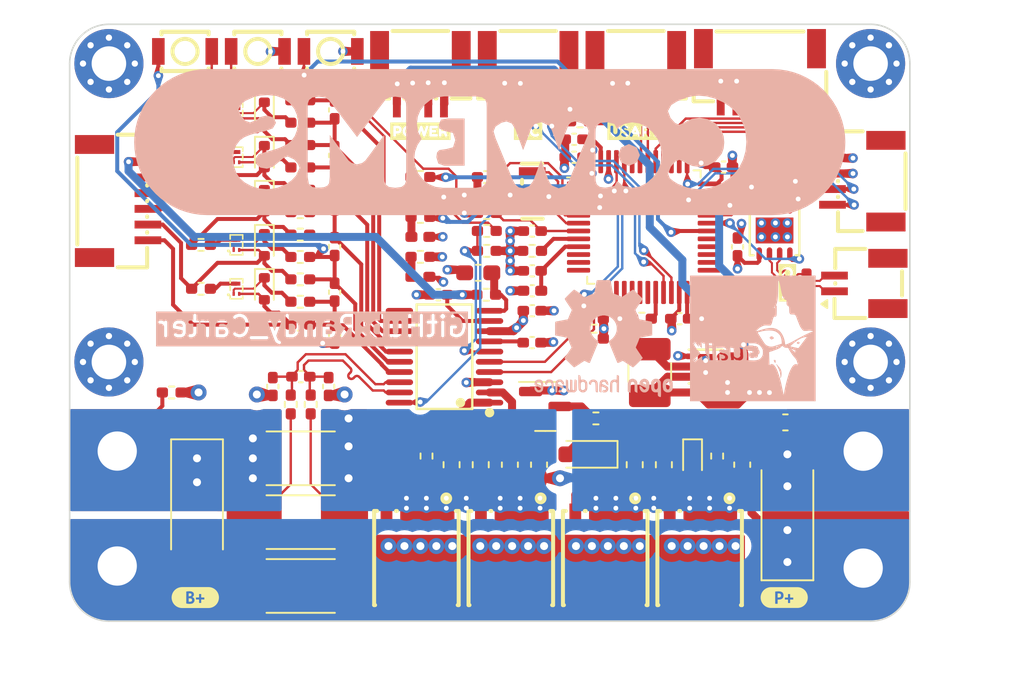
<source format=kicad_pcb>
(kicad_pcb (version 20240108) (generator "pcbnew") (generator_version "8.0")
  (layers (0 "F.Cu" signal) (1 "In1.Cu" signal) (2 "In2.Cu" signal) (31 "B.Cu" signal) (34 "B.Paste" user) (35 "F.Paste" user) (36 "B.SilkS" user "B.Silkscreen") (37 "F.SilkS" user "F.Silkscreen") (38 "B.Mask" user) (39 "F.Mask" user) (44 "Edge.Cuts" user))
  (net 0 "")
  (net 1 "+3.3V")
  (net 2 "GND")
  (net 3 "+5V")
  (net 4 "+3.3VA")
  (net 5 "/RESET")
  (net 6 "/BQ76920/VC5")
  (net 7 "/BQ76920/VC4")
  (net 8 "/BQ76920/VC3")
  (net 9 "/BQ76920/VC2")
  (net 10 "/BQ76920/VC1")
  (net 11 "/BQ76920/VC0")
  (net 12 "/BQ76920/BAT")
  (net 13 "Net-(U4-CAP1)")
  (net 14 "Net-(U4-BAT)")
  (net 15 "/BQ76920/SRP")
  (net 16 "/BQ76920/SRN")
  (net 17 "/ALERT")
  (net 18 "Net-(C25-Pad1)")
  (net 19 "Net-(C25-Pad2)")
  (net 20 "PACK-")
  (net 21 "PACK+")
  (net 22 "Net-(C27-Pad2)")
  (net 23 "-BATT")
  (net 24 "/SPI1_MOSI")
  (net 25 "/SPI1_MISO")
  (net 26 "/SPI1_SCK")
  (net 27 "/SPI1_NSS")
  (net 30 "/USART1_TX")
  (net 31 "/USART1_RX")
  (net 34 "/SWDIO")
  (net 35 "/SWCLK")
  (net 38 "Net-(D4-A)")
  (net 39 "Net-(D5-A)")
  (net 40 "Net-(D6-A)")
  (net 41 "Net-(D7-A)")
  (net 42 "Net-(D8-A)")
  (net 45 "Net-(D1-K)")
  (net 46 "Net-(D2-K)")
  (net 47 "Net-(D3-K)")
  (net 48 "Net-(D4-K)")
  (net 49 "Net-(D5-K)")
  (net 50 "Net-(D6-K)")
  (net 51 "Net-(D7-K)")
  (net 52 "Net-(D8-K)")
  (net 53 "Net-(D11-K)")
  (net 54 "Net-(D11-A)")
  (net 55 "Net-(U3-L)")
  (net 56 "/BQ76920/DSG")
  (net 57 "Net-(Q7-G)")
  (net 58 "Net-(Q6-G)")
  (net 59 "Net-(Q8-G)")
  (net 60 "Net-(Q9-G)")
  (net 61 "Net-(Q1-D)")
  (net 62 "Net-(Q2-D)")
  (net 63 "Net-(Q3-D)")
  (net 64 "Net-(Q4-D)")
  (net 65 "Net-(Q5-D)")
  (net 66 "Net-(Q6-D-Pad5)")
  (net 67 "/BQ76920/CHG")
  (net 68 "Net-(U1-PB2)")
  (net 69 "Net-(U1-BOOT0)")
  (net 70 "Net-(U1-VSSA)")
  (net 71 "/I2C1_SCL")
  (net 72 "/I2C1_SDA")
  (net 73 "/CAN_N")
  (net 74 "/CAN_P")
  (net 75 "/LED_A")
  (net 76 "/LED_B")
  (net 77 "Net-(U4-TS1)")
  (net 78 "Net-(R29-Pad1)")
  (net 79 "/KEY_A")
  (net 80 "/HSE_IN")
  (net 81 "/HSE_OUT")
  (net 99 "/CAN_STB")
  (net 100 "/CAN_RX")
  (net 101 "/CAN_TX")
  (net 109 "/I2C2_SCL")
  (net 110 "/I2C2_SDA")
  (footprint "kibuzzard-658FE679" (layer "F.Cu") (at 132.334 98.806)
    (property "Reference" "kibuzzard-658FE679" (hide yes))
    (property "Value" "G***" (hide yes))
  )
  (footprint "MountingHole:MountingHole_2.2mm_M2_Pad_Via" (layer "F.Cu") (at 161 113.5)
    (property "Reference" "H4")
    (property "Value" "MountingHole_Pad")
  )
  (footprint "Rick_MOSFET:BSC0702LS_PG-TDSON-8_L5.0-W6.0-P1.27-BL-EP" (layer "F.Cu") (at 132.08 125.984 180)
    (property "Reference" "Q6")
    (property "Value" "BSC0702LS")
  )
  (footprint "Diode_SMD:D_SOD-523" (layer "F.Cu") (at 149.663176 119.686 -90)
    (property "Reference" "D12")
    (property "Value" "D_Zener_16V")
  )
  (footprint "Capacitor_SMD:C_0402_1005Metric_Pad0.74x0.62mm_HandSolder" (layer "F.Cu") (at 151.638 101.092)
    (property "Reference" "C3")
    (property "Value" "0.1uF")
  )
  (footprint "Resistor_SMD:R_0402_1005Metric_Pad0.72x0.64mm_HandSolder" (layer "F.Cu") (at 124.6845 102.538444)
    (property "Reference" "R21")
    (property "Value" "100")
  )
  (footprint "Resistor_SMD:R_2512_6332Metric_Pad1.40x3.35mm_HandSolder" (layer "F.Cu") (at 124.712 127.762)
    (property "Reference" "R34")
    (property "Value" "0.0015")
  )
  (footprint "Rick_Connector:CONN-SMD_4P-P1.00_WAFER-SH1.0-4PWB" (layer "F.Cu") (at 132.334 95.377 180)
    (property "Reference" "CN1" (hide yes))
    (property "Value" "SWD")
  )
  (footprint "MountingHole:MountingHole_2.2mm_M2_Pad_Via" (layer "F.Cu") (at 161 94.5)
    (property "Reference" "H2")
    (property "Value" "MountingHole_Pad")
  )
  (footprint "Resistor_SMD:R_0402_1005Metric_Pad0.72x0.64mm_HandSolder" (layer "F.Cu") (at 124.6845 111.125)
    (property "Reference" "R27")
    (property "Value" "100")
  )
  (footprint "Capacitor_SMD:C_0402_1005Metric_Pad0.74x0.62mm_HandSolder" (layer "F.Cu") (at 126.873 100.3495 -90)
    (property "Reference" "C10")
    (property "Value" "0.22uF")
  )
  (footprint "Rick_MOSFET:BSC0702LS_PG-TDSON-8_L5.0-W6.0-P1.27-BL-EP" (layer "F.Cu") (at 144.102666 125.984 180)
    (property "Reference" "Q8")
    (property "Value" "BSC0702LS")
  )
  (footprint "Resistor_SMD:R_0402_1005Metric_Pad0.72x0.64mm_HandSolder" (layer "F.Cu") (at 124.6845 106.813777)
    (property "Reference" "R24")
    (property "Value" "10k")
  )
  (footprint "Rick_Switch:B3U-1000P" (layer "F.Cu") (at 121.9835 93.726 180)
    (property "Reference" "SW1")
    (property "Value" "B3U-1000P")
  )
  (footprint "MountingHole:MountingHole_2.2mm_M2_Pad_Via" (layer "F.Cu") (at 112.5 94.5)
    (property "Reference" "H1")
    (property "Value" "MountingHole_Pad")
  )
  (footprint "Diode_SMD:D_SMA_Handsoldering" (layer "F.Cu") (at 118.11 122.936 -90)
    (property "Reference" "D9")
    (property "Value" "TVS_24V")
  )
  (footprint "Capacitor_SMD:C_0603_1608Metric_Pad1.08x0.95mm_HandSolder" (layer "F.Cu") (at 139.888088 120.041 -90)
    (property "Reference" "C26")
    (property "Value" "0.1uF")
  )
  (footprint "Resistor_SMD:R_0402_1005Metric_Pad0.72x0.64mm_HandSolder" (layer "F.Cu") (at 116.5 115.443)
    (property "Reference" "R37")
    (property "Value" "0")
  )
  (footprint "Resistor_SMD:R_0402_1005Metric_Pad0.72x0.64mm_HandSolder" (layer "F.Cu") (at 151.229448 119.491 90)
    (property "Reference" "R40")
    (property "Value" "1M")
  )
  (footprint "Diode_SMD:D_SOD-523" (layer "F.Cu") (at 122.3985 97.663 -90)
    (property "Reference" "D4")
    (property "Value" "D_Zener_5.6V")
  )
  (footprint "Resistor_SMD:R_0402_1005Metric_Pad0.72x0.64mm_HandSolder" (layer "F.Cu") (at 118.364 108.839)
    (property "Reference" "R16")
    (property "Value" "28.7")
  )
  (footprint "Capacitor_SMD:C_0402_1005Metric_Pad0.74x0.62mm_HandSolder" (layer "F.Cu") (at 126.492 115.062 -90)
    (property "Reference" "C23")
    (property "Value" "0.1uF")
  )
  (footprint "Inductor_SMD:L_1210_3225Metric_Pad1.42x2.65mm_HandSolder" (layer "F.Cu") (at 146.939 114.173 90)
    (property "Reference" "L2")
    (property "Value" "1uH")
  )
  (footprint "Diode_SMD:D_SOD-523" (layer "F.Cu") (at 122.3985 108.839 -90)
    (property "Reference" "D8")
    (property "Value" "D_Zener_5.6V")
  )
  (footprint "Inductor_SMD:L_0402_1005Metric_Pad0.77x0.64mm_HandSolder" (layer "F.Cu") (at 139.454 108.966)
    (property "Reference" "L1")
    (property "Value" "39nH")
  )
  (footprint "Diode_SMD:D_SOD-323_HandSoldering" (layer "F.Cu") (at 142.875 119.38 180)
    (property "Reference" "D11")
    (property "Value" "D_100V")
  )
  (footprint "Capacitor_SMD:C_0402_1005Metric_Pad0.74x0.62mm_HandSolder" (layer "F.Cu") (at 139.446 112.268 180)
    (property "Reference" "C18")
    (property "Value" "1uF")
  )
  (footprint "Capacitor_SMD:C_0603_1608Metric_Pad1.08x0.95mm_HandSolder" (layer "F.Cu") (at 155.575 117.348)
    (property "Reference" "C28")
    (property "Value" "0.1uF")
  )
  (footprint "Resistor_SMD:R_0402_1005Metric_Pad0.72x0.64mm_HandSolder" (layer "F.Cu") (at 118.364 97.663)
    (property "Reference" "R12")
    (property "Value" "28.7")
  )
  (footprint "Resistor_SMD:R_0402_1005Metric_Pad0.72x0.64mm_HandSolder" (layer "F.Cu") (at 124.6845 108.238888)
    (property "Reference" "R25")
    (property "Value" "100")
  )
  (footprint "Rick_MOSFET:CSD13381F4_PICOSTAR-3_L1.0-W0.6-P0.40-S0.65-BL-1" (layer "F.Cu") (at 120.6205 97.663)
    (property "Reference" "Q1")
    (property "Value" "CSD13381F4")
  )
  (footprint "Resistor_SMD:R_0402_1005Metric_Pad0.72x0.64mm_HandSolder" (layer "F.Cu") (at 136.5625 101.727)
    (property "Reference" "R38")
    (property "Value" "499k")
  )
  (footprint "Capacitor_SMD:C_0402_1005Metric_Pad0.74x0.62mm_HandSolder" (layer "F.Cu") (at 126.873 106.1525 -90)
    (property "Reference" "C12")
    (property "Value" "0.22uF")
  )
  (footprint "Rick_Connector:CONN-SMD_4P-P1.00_WAFER-SH1.0-4PWB" (layer "F.Cu") (at 139.192 95.377 180)
    (property "Reference" "CN2" (hide yes))
    (property "Value" "I2C")
  )
  (footprint "Capacitor_SMD:C_0402_1005Metric_Pad0.74x0.62mm_HandSolder" (layer "F.Cu") (at 139.454 107.696 180)
    (property "Reference" "C6")
    (property "Value" "0.1uF")
  )
  (footprint "kibuzzard-6577EBAB" (layer "F.Cu") (at 146.05 98.807429)
    (property "Reference" "kibuzzard-6577EBAB" (hide yes))
    (property "Value" "G***" (hide yes))
  )
  (footprint "Resistor_SMD:R_0402_1005Metric_Pad0.72x0.64mm_HandSolder" (layer "F.Cu") (at 136.5625 106.426 180)
    (property "Reference" "R28")
    (property "Value" "NTC 10k")
  )
  (footprint "Resistor_SMD:R_0402_1005Metric_Pad0.72x0.64mm_HandSolder" (layer "F.Cu") (at 143.383 112.014 180)
    (property "Reference" "R5")
    (property "Value" "10k")
  )
  (footprint "Capacitor_SMD:C_0603_1608Metric_Pad1.08x0.95mm_HandSolder" (layer "F.Cu") (at 152.82572 120.041 90)
    (property "Reference" "C27")
    (property "Value" "0.1uF")
  )
  (footprint "Rick_MOSFET:BSC0702LS_PG-TDSON-8_L5.0-W6.0-P1.27-BL-EP" (layer "F.Cu") (at 150.114 125.984 180)
    (property "Reference" "Q9")
    (property "Value" "BSC0702LS")
  )
  (footprint "Rick_MOSFET:CSD13381F4_PICOSTAR-3_L1.0-W0.6-P0.40-S0.65-BL-1" (layer "F.Cu") (at 120.6205 100.457)
    (property "Reference" "Q2")
    (property "Value" "CSD13381F4")
  )
  (footprint "Capacitor_SMD:C_0402_1005Metric_Pad0.74x0.62mm_HandSolder" (layer "F.Cu") (at 154.94 102.489)
    (property "Reference" "C5")
    (property "Value" "0.1uF")
  )
  (footprint "Rick_Switch:B3U-1000P" (layer "F.Cu") (at 126.619 93.726)
    (property "Reference" "SW2")
    (property "Value" "B3U-1000P")
  )
  (footprint "Resistor_SMD:R_0402_1005Metric_Pad0.72x0.64mm_HandSolder" (layer "F.Cu") (at 124.6845 101.113333)
    (property "Reference" "R20")
    (property "Value" "10k")
  )
  (footprint "CawBMS:POWER_PAD" (layer "F.Cu") (at 160.528 126.627)
    (property "Reference" "H7")
    (property "Value" "P+")
  )
  (footprint "Diode_SMD:D_SMA_Handsoldering" (layer "F.Cu") (at 155.702 122.891 90)
    (property "Reference" "D10")
    (property "Value" "D_200V")
  )
  (footprint "Rick_Connector:CONN-SMD_6P-P1.00_XUNPU_WAFER-SH1.0-6PWB" (layer "F.Cu") (at 153.956 95.25 180)
    (property "Reference" "CN3")
    (property "Value" "SPI")
  )
  (footprint "Rick_MOSFET:CSD13381F4_PICOSTAR-3_L1.0-W0.6-P0.40-S0.65-BL-1" (layer "F.Cu") (at 120.6205 108.839)
    (property "Reference" "Q5")
    (property "Value" "CSD13381F4")
  )
  (footprint "Capacitor_SMD:C_0402_1005Metric_Pad0.74x0.62mm_HandSolder" (layer "F.Cu") (at 126.873 103.251 -90)
    (property "Reference" "C11")
    (property "Value" "0.22uF")
  )
  (footprint "Diode_SMD:D_SOD-523" (layer "F.Cu") (at 122.3985 106.03375 -90)
    (property "Reference" "D7")
    (property "Value" "D_Zener_5.6V")
  )
  (footprint "Rick_MOSFET:CSD13381F4_PICOSTAR-3_L1.0-W0.6-P0.40-S0.65-BL-1" (layer "F.Cu") (at 120.6205 103.251)
    (property "Reference" "Q3")
    (property "Value" "CSD13381F4")
  )
  (footprint "Resistor_SMD:R_0402_1005Metric_Pad0.72x0.64mm_HandSolder" (layer "F.Cu") (at 143.51 117.094 180)
    (property "Reference" "R39")
    (property "Value" "1M")
  )
  (footprint "Rick_Connector:CONN-SMD_2P-P1.00_XUNPU_WAFER-SH1.0-2PWB" (layer "F.Cu") (at 160.401 108.5 90)
    (property "Reference" "U5")
    (property "Value" "CAN")
  )
  (footprint "Rick_CAN:TCAN1044DRBRQ1_DFN-8_L3.0-W3.0-P0.65-TL-EP2.4" (layer "F.Cu") (at 154.884 105.127 -90)
    (property "Reference" "U2")
    (property "Value" "TCAN1044DRBRQ1")
  )
  (footprint "LED_SMD:LED_0402_1005Metric_Pad0.77x0.64mm_HandSolder" (layer "F.Cu") (at 132.334 105.5338)
    (property "Reference" "D2")
    (property "Value" "LED")
  )
  (footprint "Resistor_SMD:R_0402_1005Metric_Pad0.72x0.64mm_HandSolder" (layer "F.Cu") (at 136.5625 105.156 180)
    (property "Reference" "R29")
    (property "Value" "10k")
  )
  (footprint "Diode_SMD:D_SOD-523" (layer "F.Cu") (at 122.3985 100.42325 -90)
    (property "Reference" "D5")
    (property "Value" "D_Zener_5.6V")
  )
  (footprint "Resistor_SMD:R_0402_1005Metric_Pad0.72x0.64mm_HandSolder" (layer "F.Cu") (at 125.349 116.205 90)
    (property "Reference" "R35")
    (property "Value" "100")
  )
  (footprint "Capacitor_SMD:C_0402_1005Metric_Pad0.74x0.62mm_HandSolder" (layer "F.Cu") (at 148.844 110.744 180)
    (property "Reference" "C2")
    (property "Value" "0.1uF")
  )
  (footprint "Rick_MOSFET:CSD13381F4_PICOSTAR-3_L1.0-W0.6-P0.40-S0.65-BL-1" (layer "F.Cu") (at 120.6205 106.045)
    (property "Reference" "Q4")
    (property "Value" "CSD13381F4")
  )
  (footprint "Resistor_SMD:R_0402_1005Metric_Pad0.72x0.64mm_HandSolder" (layer "F.Cu") (at 156.92 108.5 90)
    (property "Reference" "R6")
    (property "Value" "120")
  )
  (footprint "Resistor_SMD:R_0402_1005Metric_Pad0.72x0.64mm_HandSolder" (layer "F.Cu") (at 124.6845 99.688222)
    (property "Reference" "R19")
    (property "Value" "100")
  )
  (footprint "kibuzzard-6577EC0F" (layer "F.Cu") (at 156.972 101.981 -90)
    (property "Reference" "kibuzzard-6577EC0F" (hide yes))
    (property "Value" "G***" (hide yes))
  )
  (footprint "Inductor_SMD:L_0603_1608Metric_Pad1.05x0.95mm_HandSolder" (layer "F.Cu") (at 136.175544 120.041 -90)
    (property "Reference" "L3")
    (property "Value" "220ohm")
  )
  (footprint "Capacitor_SMD:C_0603_1608Metric_Pad1.08x0.95mm_HandSolder" (layer "F.Cu") (at 138.031816 120.041 90)
    (property "Reference" "C25")
    (property "Value" "0.1uF")
  )
  (footprint "Inductor_SMD:L_0603_1608Metric_Pad1.05x0.95mm_HandSolder" (layer "F.Cu") (at 134.319272 120.041 -90)
    (property "Reference" "L4")
    (property "Value" "220ohm")
  )
  (footprint "Capacitor_SMD:C_0402_1005Metric_Pad0.74x0.62mm_HandSolder" (layer "F.Cu") (at 142.121 100.465 180)
    (property "Reference" "C1")
    (property "Value" "0.1uF")
  )
  (footprint "Resistor_SMD:R_0402_1005Metric_Pad0.72x0.64mm_HandSolder" (layer "F.Cu") (at 124.6845 103.963555)
    (property "Reference" "R22")
    (property "Value" "10k")
  )
  (footprint "Capacitor_SMD:C_0402_1005Metric_Pad0.74x0.62mm_HandSolder" (layer "F.Cu") (at 152.527 106.172 90)
    (property "Reference" "C7")
    (property "Value" "0.1uF")
  )
  (footprint "Capacitor_SMD:C_0402_1005Metric_Pad0.74x0.62mm_HandSolder" (layer "F.Cu") (at 126.873 97.448 -90)
    (property "Reference" "C9")
    (property "Value" "0.22uF")
  )
  (footprint "Rick_Connector:CONN-SMD_4P-P1.00_WAFER-SH1.0-4PWB" (layer "F.Cu") (at 160.274 101.989 90)
    (property "Reference" "CN5")
    (property "Value" "SWD")
  )
  (footprint "Capacitor_SMD:C_0402_1005Metric_Pad0.74x0.62mm_HandSolder" (layer "F.Cu") (at 142.121 99.322 180)
    (property "Reference" "C4")
    (property "Value" "0.1uF")
  )
  (footprint "Capacitor_SMD:C_0402_1005Metric_Pad0.74x0.62mm_HandSolder" (layer "F.Cu") (at 124.722 114.435)
    (property "Reference" "C22")
    (property "Value" "0.1uF")
  )
  (footprint "Resistor_SMD:R_0402_1005Metric_Pad0.72x0.64mm_HandSolder" (layer "F.Cu") (at 124.079 116.205 90)
    (property "Reference" "R31")
    (property "Value" "100")
  )
  (footprint "Resistor_SMD:R_0402_1005Metric_Pad0.72x0.64mm_HandSolder" (layer "F.Cu") (at 118.364 106.045)
    (property "Reference" "R15")
    (property "Value" "28.7")
  )
  (footprint "Resistor_SMD:R_2512_6332Metric_Pad1.40x3.35mm_HandSolder" (layer "F.Cu") (at 124.712 123.698)
    (property "Reference" "R33")
    (property "Value" "0.0015")
  )
  (footprint "LED_SMD:LED_0402_1005Metric_Pad0.77x0.64mm_HandSolder" (layer "F.Cu") (at 132.334 108.077)
    (property "Reference" "D3")
    (property "Value" "LED")
  )
  (footprint "Resistor_SMD:R_0402_1005Metric_Pad0.72x0.64mm_HandSolder" (layer "F.Cu") (at 132.334 104.2622)
    (property "Reference" "R9")
    (property "Value" "510")
  )
  (footprint "Capacitor_SMD:C_0402_1005Metric_Pad0.74x0.62mm_HandSolder" (layer "F.Cu") (at 122.936 115.062 90)
    (property "Reference" "C21")
    (property "Value" "0.1uF")
  )
  (footprint "kibuzzard-65829086" (layer "F.Cu") (at 155.5 128.5)
    (property "Reference" "kibuzzard-65829086" (hide yes))
    (property "Value" "G***" (hide yes))
  )
  (footprint "kibuzzard-6577EC47" (layer "F.Cu") (at 155.702 108.458 -90)
    (property "Reference" "kibuzzard-6577EC47" (hide yes))
    (property "Value" "G***" (hide yes))
  )
  (footprint "Rick_DC-DC:TPS61240DRVR_WSON-6_L2.0-W2.0-P0.65-TL-EP" (layer "F.Cu") (at 150.495 113.792 180)
    (property "Reference" "U3")
    (property "Value" "TPS61240DRVR")
  )
  (footprint "CawBMS:POWER_PAD" (layer "F.Cu") (at 160.528 119.181)
    (property "Reference" "H8")
    (property "Value" "P-")
  )
  (footprint "Resistor_SMD:R_0402_1005Metric_Pad0.72x0.64mm_HandSolder" (layer "F.Cu") (at 142.494 98.179)
    (property "Reference" "R2")
    (property "Value" "10k")
  )
  (footprint "Package_QFP:LQFP-48_7x7mm_P0.5mm" (layer "F.Cu") (at 146.566 104.91)
    (property "Reference" "U1")
    (property "Value" "STM32F103CBTx")
  )
  (footprint "CawBMS:POWER_PAD" (layer "F.Cu") (at 113.03 119.173)
    (property "Reference" "H6")
    (property "Value" "B-")
  )
  (footprint "Rick_Crystal:Crystal_SMD3213-3P" (layer "F.Cu") (at 139.454 102.624 -90)
    (property "Reference" "X1")
    (property "Value" "Crystal_16MHz_15pF_3P")
  )
  (footprint "LED_SMD:LED_0402_1005Metric_Pad0.77x0.64mm_HandSolder" (layer "F.Cu") (at 132.334 102.9906)
    (property "Reference" "D1")
    (property "Value" "LED")
  )
  (footprint "kibuzzard-6577EBC9" (layer "F.Cu") (at 153.95 98.806476)
    (property "Reference" "kibuzzard-6577EBC9" (hide yes))
    (property "Value" "G***" (hide yes))
  )
  (footprint "Resistor_SMD:R_0402_1005Metric_Pad0.72x0.64mm_HandSolder" (layer "F.Cu") (at 136.525 109.22)
    (property "Reference" "R30")
    (property "Value" "100")
  )
  (footprint "Resistor_SMD:R_0402_1005Metric_Pad0.72x0.64mm_HandSolder" (layer "F.Cu") (at 124.6845 109.664)
    (property "Reference" "R26")
    (property "Value" "10k")
  )
  (footprint "Rick_BMS:BQ7692003PW_TSSOP-20_L6.5-W4.4-P0.65-LS6.4-BL" (layer "F.Cu") (at 133.866 113.165 90)
    (property "Reference" "U4")
    (property "Value" "BQ7692003PW")
  )
  (footprint "kibuzzard-658FE662" (layer "F.Cu") (at 139.192 98.806)
    (property "Reference" "kibuzzard-658FE662" (hide yes))
    (property "Value" "G***" (hide yes))
  )
  (footprint "CawBMS:POWER_PAD" (layer "F.Cu") (at 113.03 126.492)
    (property "Reference" "H5")
    (property "Value" "B+")
  )
  (footprint "Resistor_SMD:R_2512_6332Metric_Pad1.40x3.35mm_HandSolder" (layer "F.Cu") (at 124.712 119.634)
    (property "Reference" "R32")
    (property "Value" "0.0015")
  )
  (footprint "Resistor_SMD:R_0402_1005Metric_Pad0.72x0.64mm_HandSolder" (layer "F.Cu") (at 139.446 106.426 180)
    (property "Reference" "R3")
    (property "Value" "0")
  )
  (footprint "MountingHole:MountingHole_2.2mm_M2_Pad_Via" (layer "F.Cu") (at 112.5 113.5)
    (property "Reference" "H3")
    (property "Value" "MountingHole_Pad")
  )
  (footprint "kibuzzard-6582907D" (layer "F.Cu") (at 118 128.5)
    (property "Reference" "kibuzzard-6582907D" (hide yes))
    (property "Value" "G***" (hide yes))
  )
  (footprint "Rick_MOSFET:BSC0702LS_PG-TDSON-8_L5.0-W6.0-P1.27-BL-EP" (layer "F.Cu") (at 138.091333 125.984 180)
    (property "Reference" "Q7")
    (property "Value" "BSC0702LS")
  )
  (footprint "Inductor_SMD:L_0603_1608Metric_Pad1.05x0.95mm_HandSolder" (layer "F.Cu") (at 145.980632 120.041 -90)
    (property "Reference" "L5")
    (property "Value" "220ohm")
  )
  (footprint "Resistor_SMD:R_0402_1005Metric_Pad0.72x0.64mm_HandSolder" (layer "F.Cu") (at 124.6845 96.838)
    (property "Reference" "R17")
    (property "Value" "100")
  )
  (footprint "Capacitor_SMD:C_0402_1005Metric_Pad0.74x0.62mm_HandSolder" (layer "F.Cu") (at 139.454 110.236)
    (property "Reference" "C15")
    (property "Value" "4.7uF")
  )
  (footprint "Resistor_SMD:R_0402_1005Metric_Pad0.72x0.64mm_HandSolder" (layer "F.Cu") (at 132.723 119.491 90)
    (property "Reference" "R36")
    (property "Value" "1M")
  )
  (footprint "Resistor_SMD:R_0402_1005Metric_Pad0.72x0.64mm_HandSolder" (layer "F.Cu") (at 146.439 110.744)
    (property "Reference" "R1")
    (property "Value" "10k")
  )
  (footprint "Rick_Connector:CONN-SMD_4P-P1.00_WAFER-SH1.0-4PWB" (layer "F.Cu") (at 146.05 95.377 180)
    (property "Reference" "CN4")
    (property "Value" "USART")
  )
  (footprint "Package_TO_SOT_SMD:SOT-23" (layer "F.Cu") (at 140.2865 116.332)
    (property "Reference" "Q10")
    (property "Value" "TP0610K-T1-GE3")
  )
  (footprint "Resistor_SMD:R_0402_1005Metric_Pad0.72x0.64mm_HandSolder" (layer "F.Cu") (at 136.5625 104.013)
    (property "Reference" "R8")
    (property "Value" "10k")
  )
  (footprint "Capacitor_SMD:C_0402_1005Metric_Pad0.74x0.62mm_HandSolder" (layer "F.Cu") (at 139.454 105.164 180)
    (property "Reference" "C8")
    (property "Value" "0.1uF")
  )
  (footprint "Capacitor_SMD:C_0402_1005Metric_Pad0.74x0.62mm_HandSolder" (layer "F.Cu") (at 126.873 111.735 -90)
    (property "Reference" "C14")
    (property "Value" "0.22uF")
  )
  (footprint "Rick_Switch:B3U-1000P" (layer "F.Cu") (at 117.348 93.726)
    (property "Reference" "SW3")
    (property "Value" "B3U-1000P")
  )
  (footprint "Capacitor_SMD:C_0402_1005Metric_Pad0.74x0.62mm_HandSolder" (layer "F.Cu") (at 126.873 109.054 -90)
    (property "Reference" "C13")
    (property "Value" "0.22uF")
  )
  (footprint "Capacitor_SMD:C_0402_1005Metric_Pad0.74x0.62mm_HandSolder" (layer "F.Cu") (at 133.477 109.22 180)
    (property "Reference" "C17")
    (property "Value" "1uF")
  )
  (footprint "Capacitor_SMD:C_0402_1005Metric_Pad0.74x0.62mm_HandSolder" (layer "F.Cu") (at 136.5625 102.87 180)
    (property "Reference" "C24")
    (property "Value" "470pF")
  )
  (footprint "Diode_SMD:D_SOD-523" (layer "F.Cu") (at 122.3985 103.2285 -90)
    (property "Reference" "D6")
    (property "Value" "D_Zener_5.6V")
  )
  (footprint "Resistor_SMD:R_0402_1005Metric_Pad0.72x0.64mm_HandSolder" (layer "F.Cu") (at 143.383 110.744 180)
    (property "Reference" "R4")
    (property "Value" "10k")
  )
  (footprint "Inductor_SMD:L_0603_1608Metric_Pad1.05x0.95mm_HandSolder" (layer "F.Cu") (at 147.836904 120.041 -90)
    (property "Reference" "L6")
    (property "Value" "220ohm")
  )
  (footprint "Resistor_SMD:R_0402_1005Metric_Pad0.72x0.64mm_HandSolder" (layer "F.Cu") (at 118.364 103.251)
    (property "Reference" "R14")
    (property "Value" "28.7")
  )
  (footprint "Resistor_SMD:R_0402_1005Metric_Pad0.72x0.64mm_HandSolder" (layer "F.Cu") (at 132.334 106.8054)
    (property "Reference" "R10")
    (property "Value" "510")
  )
  (footprint "Resistor_SMD:R_0402_1005Metric_Pad0.72x0.64mm_HandSolder" (layer "F.Cu") (at 132.334 101.719)
    (property "Reference" "R7")
    (property "Value" "510")
  )
  (footprint "Capacitor_SMD:C_0402_1005Metric_Pad0.74x0.62mm_HandSolder" (layer "F.Cu") (at 152.908 113.745 -90)
    (property "Reference" "C20")
    (property "Value" "4.7uF")
  )
  (footprint "Resistor_SMD:R_0402_1005Metric_Pad0.72x0.64mm_HandSolder" (layer "F.Cu") (at 124.6845 105.388666)
    (property "Reference" "R23")
    (property "Value" "100")
  )
  (footprint "Capacitor_SMD:C_0603_1608Metric_Pad1.08x0.95mm_HandSolder" (layer "F.Cu") (at 136.017 107.823 180)
    (property "Reference" "C19")
    (property "Value" "10uF")
  )
  (footprint "Resistor_SMD:R_0402_1005Metric_Pad0.72x0.64mm_HandSolder" (layer "F.Cu") (at 118.364 100.457)
    (property "Reference" "R13")
    (property "Value" "28.7")
  )
  (footprint "Rick_Connector:CONN-SMD_6P-P1.00_XUNPU_WAFER-SH1.0-6PWB" (layer "F.Cu") (at 113.284 103.251 -90)
    (property "Reference" "CN6")
    (property "Value" "WAFER-SH1.0-6PWB")
  )
  (footprint "Resistor_SMD:R_0402_1005Metric_Pad0.72x0.64mm_HandSolder" (layer "F.Cu") (at 124.6845 98.263111)
    (property "Reference" "R18")
    (property "Value" "10k")
  )
  (footprint "Capacitor_SMD:C_0402_1005Metric_Pad0.74x0.62mm_HandSolder" (layer "F.Cu") (at 150.495 115.443)
    (property "Reference" "C16")
    (property "Value" "2.2uF")
  )
  (footprint "Rick_Logo:guaik_logo_black_8x8" (layer "B.Cu") (at 153.5 112 180)
    (property "Reference" "G***" (hide yes))
    (property "Value" "LOGO" (hide yes))
  )
  (footprint "Symbol:OSHW-Logo2_9.8x8mm_SilkScreen" (layer "B.Cu") (at 144 112 180)
    (property "Reference" "REF**" (hide yes))
    (property "Value" "OSHW-Logo2_9.8x8mm_SilkScreen" (hide yes))
  )
  (footprint "kibuzzard-6577F12B" (layer "B.Cu") (at 136.75 99.5 180)
    (property "Reference" "kibuzzard-6577F12B" (hide yes))
    (property "Value" "G***" (hide yes))
  )
  (gr_arc (start 110 94.5) (mid 110.732233 92.732233) (end 112.5 92) (stroke (width 0.1)) (layer "Edge.Cuts"))
  (gr_line (start 112.5 130) (end 161 130) (stroke (width 0.1)) (layer "Edge.Cuts"))
  (gr_arc (start 161 92) (mid 162.767767 92.732233) (end 163.5 94.5) (stroke (width 0.1)) (layer "Edge.Cuts"))
  (gr_arc (start 163.5 127.5) (mid 162.767767 129.267767) (end 161 130) (stroke (width 0.1)) (layer "Edge.Cuts"))
  (gr_arc (start 112.5 130) (mid 110.732233 129.267767) (end 110 127.5) (stroke (width 0.1)) (layer "Edge.Cuts"))
  (gr_line (start 163.5 127.5) (end 163.5 94.5) (stroke (width 0.1)) (layer "Edge.Cuts"))
  (gr_line (start 110 94.5) (end 110 127.5) (stroke (width 0.1)) (layer "Edge.Cuts"))
  (gr_line (start 161 92) (end 112.5 92) (stroke (width 0.1)) (layer "Edge.Cuts"))
  (gr_text "GitHub:Randy_Carter" (at 135.5 112 0) (layer "B.SilkS" knockout) (effects (font (size 1.3 1.3) (thickness 0.2)) (justify left bottom mirror)))
  (segment (start 153.909 107.076) (end 153.909 106.622) (width 0.254) (layer "F.Cu") (net 1))
  (segment (start 152.527 107.569) (end 152.527 106.7395) (width 0.254) (layer "F.Cu") (net 1))
  (segment (start 137.692 97.077) (end 137.692 95.758) (width 0.508) (layer "F.Cu") (net 1))
  (segment (start 153.797 107.188) (end 153.909 107.076) (width 0.254) (layer "F.Cu") (net 1))
  (segment (start 153.289 115.443) (end 154.552 115.443) (width 0.508) (layer "F.Cu") (net 1))
  (segment (start 150.472 101.092) (end 150.21 100.83) (width 0.254) (layer "F.Cu") (net 1))
  (segment (start 132.9695 108.14) (end 132.9065 108.077) (width 0.254) (layer "F.Cu") (net 1))
  (segment (start 144.55 97.077) (end 144.55 95.78) (width 0.508) (layer "F.Cu") (net 1))
  (segment (start 133.53 108.14) (end 132.9695 108.14) (width 0.254) (layer "F.Cu") (net 1))
  (segment (start 143.816 99.846) (end 143.816 100.7475) (width 0.254) (layer "F.Cu") (net 1))
  (segment (start 133.7562 105.5338) (end 133.76 105.53) (width 0.254) (layer "F.Cu") (net 1))
  (segment (start 148.7673 113.142) (end 149.467 113.142) (width 0.254) (layer "F.Cu") (net 1))
  (segment (start 150.7285 102.16) (end 151.211 102.16) (width 0.254) (layer "F.Cu") (net 1))
  (segment (start 144.018 111.379) (end 143.9805 111.4165) (width 0.508) (layer "F.Cu") (net 1))
  (segment (start 151.0705 101.092) (end 150.472 101.092) (width 0.254) (layer "F.Cu") (net 1))
  (segment (start 158.605 100.52) (end 158.574 100.489) (width 0.508) (layer "F.Cu") (net 1))
  (segment (start 143.9805 111.4165) (end 143.9805 112.014) (width 0.508) (layer "F.Cu") (net 1))
  (segment (start 142.6885 100.9285) (end 142.6885 100.465) (width 0.254) (layer "F.Cu") (net 1))
  (segment (start 148.067 114.442) (end 149.467 114.442) (width 0.508) (layer "F.Cu") (net 1))
  (segment (start 154.552 115.443) (end 154.559 115.45) (width 0.508) (layer "F.Cu") (net 1))
  (segment (start 142.6885 99.322) (end 143.292 99.322) (width 0.254) (layer "F.Cu") (net 1))
  (segment (start 146.939 115.6605) (end 146.939 115.57) (width 0.508) (layer "F.Cu") (net 1))
  (segment (start 138.8865 110.9225) (end 138.269 111.54) (width 0.508) (layer "F.Cu") (net 1))
  (segment (start 151.456 95.624) (end 151.46 95.62) (width 0.508) (layer "F.Cu") (net 1))
  (segment (start 152.9755 107.188) (end 153.797 107.188) (width 0.254) (layer "F.Cu") (net 1))
  (segment (start 142.6885 101.875) (end 142.4035 102.16) (width 0.254) (layer "F.Cu") (net 1))
  (segment (start 138.269 111.54) (end 136.737 111.54) (width 0.508) (layer "F.Cu") (net 1))
  (segment (start 148.732 113.1067) (end 148.7673 113.142) (width 0.254) (layer "F.Cu") (net 1))
  (segment (start 147.1565 115.443) (end 146.939 115.6605) (width 0.508) (layer "F.Cu") (net 1))
  (segment (start 143.3 100.01) (end 143.3 99.9335) (width 0.254) (layer "F.Cu") (net 1))
  (segment (start 135.965 104.013) (end 135.128 104.013) (width 0.508) (layer "F.Cu") (net 1))
  (segment (start 143.9805 111.3415) (end 143.9805 110.744) (width 0.508) (layer "F.Cu") (net 1))
  (segment (start 143.3 99.9335) (end 142.6885 99.322) (width 0.254) (layer "F.Cu") (net 1))
  (segment (start 150.6895 116.205) (end 149.9275 115.443) (width 0.508) (layer "F.Cu") (net 1))
  (segment (start 151.456 96.95) (end 151.456 95.624) (width 0.508) (layer "F.Cu") (net 1))
  (segment (start 151.511 101.5325) (end 151.0705 101.092) (width 0.254) (layer "F.Cu") (net 1))
  (segment (start 132.9065 105.5338) (end 133.7562 105.5338) (width 0.254) (layer "F.Cu") (net 1))
  (segment (start 152.527 116.205) (end 150.6895 116.205) (width 0.508) (layer "F.Cu") (net 1))
  (segment (start 144.018 111.379) (end 143.9805 111.3415) (width 0.508) (layer "F.Cu") (net 1))
  (segment (start 138.8815 108.966) (end 138.049 108.966) (width 0.508) (layer "F.Cu") (net 1))
  (segment (start 149.316 109.0725) (end 149.316 110.6485) (width 0.254) (layer "F.Cu") (net 1))
  (segment (start 151.511 101.86) (end 151.511 101.5325) (width 0.254) (layer "F.Cu") (net 1))
  (segment (start 133.8 108.41) (end 133.53 108.14) (width 0.254) (layer "F.Cu") (net 1))
  (segment (start 137.692 95.758) (end 137.7 95.75) (width 0.508) (layer "F.Cu") (net 1))
  (segment (start 159.88 100.52) (end 158.605 100.52) (width 0.508) (layer "F.Cu") (net 1))
  (segment (start 150.241 110.744) (end 149.4115 110.744) (width 0.254) (layer "F.Cu") (net 1))
  (segment (start 149.316 110.6485) (end 149.4115 110.744) (width 0.254) (layer "F.Cu") (net 1))
  (segment (start 153.289 115.443) (end 152.527 116.205) (width 0.508) (layer "F.Cu") (net 1))
  (segment (start 143.292 99.322) (end 143.816 99.846) (width 0.254) (layer "F.Cu") (net 1))
  (segment (start 138.8865 110.236) (end 138.8865 110.9225) (width 0.508) (layer "F.Cu") (net 1))
  (segment (start 142.6885 100.465) (end 142.6885 101.875) (width 0.254) (layer "F.Cu") (net 1))
  (segment (start 131.834 97.077) (end 131.834 95.746) (width 0.508) (layer "F.Cu") (net 1))
  (segment (start 133.8106 102.9906) (end 133.82 103) (width 0.254) (layer "F.Cu") (net 1))
  (segment (start 131.834 95.746) (end 131.84 95.74) (width 0.508) (layer "F.Cu") (net 1))
  (segment (start 149.9275 115.443) (end 147.1565 115.443) (width 0.508) (layer "F.Cu") (net 1))
  (segment (start 151.211 102.16) (end 151.511 101.86) (width 0.254) (layer "F.Cu") (net 1))
  (segment (start 143.25 101.49) (end 142.6885 100.9285) (width 0.254) (layer "F.Cu") (net 1))
  (segment (start 132.9065 102.9906) (end 133.8106 102.9906) (width 0.254) (layer "F.Cu") (net 1))
  (segment (start 152.527 106.7395) (end 152.9755 107.188) (width 0.254) (layer "F.Cu") (net 1))
  (segment (start 146.939 115.57) (end 148.067 114.442) (width 0.508) (layer "F.Cu") (net 1))
  (segment (start 144.55 95.78) (end 144.57 95.76) (width 0.508) (layer "F.Cu") (net 1))
  (via (at 143.25 101.49) (size 0.6096) (drill 0.3048) (layers "F.Cu" "B.Cu") (net 1))
  (via (at 138.049 108.966) (size 0.6096) (drill 0.3048) (layers "F.Cu" "B.Cu") (net 1))
  (via (at 154.559 115.45) (size 0.6096) (drill 0.3048) (layers "F.Cu" "B.Cu") (net 1))
  (via (at 153.289 115.443) (size 0.6096) (drill 0.3048) (layers "F.Cu" "B.Cu") (net 1))
  (via (at 159.88 100.52) (size 0.6096) (drill 0.3048) (layers "F.Cu" "B.Cu") (net 1))
  (via (at 133.82 103) (size 0.6096) (drill 0.3048) (layers "F.Cu" "B.Cu") (net 1))
  (via (at 150.21 100.83) (size 0.6096) (drill 0.3048) (layers "F.Cu" "B.Cu") (net 1))
  (via (at 143.3 100.01) (size 0.6096) (drill 0.3048) (layers "F.Cu" "B.Cu") (net 1))
  (via (at 138.46 111.32) (size 0.6096) (drill 0.3048) (layers "F.Cu" "B.Cu") (net 1))
  (via (at 148.732 113.1067) (size 0.6096) (drill 0.3048) (layers "F.Cu" "B.Cu") (net 1))
  (via (at 131.84 95.74) (size 0.6096) (drill 0.3048) (layers "F.Cu" "B.Cu") (net 1))
  (via (at 151.46 95.62) (size 0.6096) (drill 0.3048) (layers "F.Cu" "B.Cu") (net 1))
  (via (at 153.924 115.443) (size 0.6096) (drill 0.3048) (layers "F.Cu" "B.Cu") (net 1))
  (via (at 152.527 107.569) (size 0.6096) (drill 0.3048) (layers "F.Cu" "B.Cu") (net 1))
  (via (at 133.8 108.41) (size 0.6096) (drill 0.3048) (layers "F.Cu" "B.Cu") (net 1))
  (via (at 133.76 105.53) (size 0.6096) (drill 0.3048) (layers "F.Cu" "B.Cu") (net 1))
  (via (at 150.241 110.744) (size 0.6096) (drill 0.3048) (layers "F.Cu" "B.Cu") (net 1))
  (via (at 144.57 95.76) (size 0.6096) (drill 0.3048) (layers "F.Cu" "B.Cu") (net 1))
  (via (at 135.128 104.013) (size 0.6096) (drill 0.3048) (layers "F.Cu" "B.Cu") (net 1))
  (via (at 144.018 111.379) (size 0.6096) (drill 0.3048) (layers "F.Cu" "B.Cu") (net 1))
  (via (at 137.7 95.75) (size 0.6096) (drill 0.3048) (layers "F.Cu" "B.Cu") (net 1))
  (via (at 138.89 110.86) (size 0.6096) (drill 0.3048) (layers "F.Cu" "B.Cu") (net 1))
  (segment (start 141.505857 101.164143) (end 141.505857 100.512643) (width 0.508) (layer "F.Cu") (net 2))
  (segment (start 138.8865 107.696) (end 138.049 107.696) (width 0.508) (layer "F.Cu") (net 2))
  (segment (start 156.21 101.9965) (end 155.7175 102.489) (width 0.254) (layer "F.Cu") (net 2))
  (segment (start 152.4125 114.808) (end 152.908 114.3125) (width 0.254) (layer "F.Cu") (net 2))
  (segment (start 145.8415 110.744) (end 145.034 110.744) (width 0.508) (layer "F.Cu") (net 2))
  (segment (start 138.057 105.164) (end 138.049 105.156) (width 0.508) (layer "F.Cu") (net 2))
  (segment (start 152.778012 105.353488) (end 152.527 105.6045) (width 0.254) (layer "F.Cu") (net 2))
  (segment (start 138.8485 106.426) (end 138.049 106.426) (width 0.508) (layer "F.Cu") (net 2))
  (segment (start 141.505857 100.512643) (end 141.5535 100.465) (width 0.508) (layer "F.Cu") (net 2))
  (segment (start 123.6835 93.726) (end 122.794 93.726) (width 0.508) (layer "F.Cu") (net 2))
  (segment (start 128.319 93.726) (end 127.406 93.726) (width 0.508) (layer "F.Cu") (net 2))
  (segment (start 140.0215 110.236) (end 140.843 110.236) (width 0.508) (layer "F.Cu") (net 2))
  (segment (start 139.415 115.316) (end 139.349 115.382) (width 0.508) (layer "F.Cu") (net 2))
  (segment (start 140.164 102.624) (end 139.454 102.624) (width 0.508) (layer "F.Cu") (net 2))
  (segment (start 141.859 98.1415) (end 141.8965 98.179) (width 0.508) (layer "F.Cu") (net 2))
  (segment (start 140.0135 112.268) (end 140.766208 112.268) (width 0.508) (layer "F.Cu") (net 2))
  (segment (start 152.2 101.0865) (end 152.2055 101.092) (width 0.508) (layer "F.Cu") (net 2))
  (segment (start 138.049 105.156) (end 138.049 107.696) (width 0.508) (layer "F.Cu") (net 2))
  (segment (start 151.0625 115.443) (end 151.892 115.443) (width 0.508) (layer "F.Cu") (net 2))
  (segment (start 135.128 102.87) (end 135.995 102.87) (width 0.508) (layer "F.Cu") (net 2))
  (segment (start 151.892 114.808) (end 151.892 115.443) (width 0.508) (layer "F.Cu") (net 2))
  (segment (start 121.92 115.57) (end 121.9795 115.6295) (width 0.508) (layer "F.Cu") (net 2))
  (segment (start 152.778012 104.689298) (end 152.778012 105.353488) (width 0.254) (layer "F.Cu") (net 2))
  (segment (start 155.7175 102.489) (end 155.5075 102.489) (width 0.254) (layer "F.Cu") (net 2))
  (segment (start 135.965 101.727) (end 135.965 102.84) (width 0.508) (layer "F.Cu") (net 2))
  (segment (start 152.2 100.35) (end 152.2 101.0865) (width 0.508) (layer "F.Cu") (net 2))
  (segment (start 151.892 114.808) (end 152.4125 114.808) (width 0.254) (layer "F.Cu") (net 2))
  (segment (start 159.88 101.5) (end 158.585 101.5) (width 0.508) (layer "F.Cu") (net 2))
  (segment (start 121.9795 115.6295) (end 122.936 115.6295) (width 0.508) (layer "F.Cu") (net 2))
  (segment (start 148.336 110.8035) (end 148.2765 110.744) (width 0.508) (layer "F.Cu") (net 2))
  (segment (start 118.207 115.443) (end 118.21 115.44) (width 0.508) (layer "F.Cu") (net 2))
  (segment (start 150.7285 102.66) (end 151.848 102.66) (width 0.254) (layer "F.Cu") (net 2))
  (segment (start 158.585 101.5) (end 158.574 101.489) (width 0.508) (layer "F.Cu") (net 2))
  (segment (start 152.456 96.95) (end 152.456 95.634) (width 0.508) (layer "F.Cu") (net 2))
  (segment (start 127.406 93.726) (end 127.4 93.72) (width 0.508) (layer "F.Cu") (net 2))
  (segment (start 140.51 102.97) (end 140.164 102.624) (width 0.508) (layer "F.Cu") (net 2))
  (segment (start 140.766208 112.268) (end 140.804604 112.229604) (width 0.508) (layer "F.Cu") (net 2))
  (segment (start 122.794 93.726) (end 122.79 93.73) (width 0.508) (layer "F.Cu") (net 2))
  (segment (start 133.7294 106.8054) (end 133.731 106.807) (width 0.508) (layer "F.Cu") (net 2))
  (segment (start 134.046 107.63) (end 134.9615 107.63) (width 0.508) (layer "F.Cu") (net 2))
  (segment (start 144.31 101.85) (end 144.316 101.844) (width 0.254) (layer "F.Cu") (net 2))
  (segment (start 132.83 95.72) (end 132.83 97.073) (width 0.508) (layer "F.Cu") (net 2))
  (segment (start 148.816 110.2045) (end 148.2765 110.744) (width 0.254) (layer "F.Cu") (net 2))
  (segment (start 155.209 103.632) (end 155.209 102.7875) (width 0.254) (layer "F.Cu") (net 2))
  (segment (start 137.16 106.426) (end 138.049 106.426) (width 0.508) (layer "F.Cu") (net 2))
  (segment (start 151.892 114.808) (end 151.892 114.554) (width 0.254) (layer "F.Cu") (net 2))
  (segment (start 145.55 95.76) (end 145.54 95.75) (width 0.508) (layer "F.Cu") (net 2))
  (segment (start 138.692 97.077) (end 138.692 95.768) (width 0.508) (layer "F.Cu") (net 2))
  (segment (start 135.965 102.84) (end 135.995 102.87) (width 0.508) (layer "F.Cu") (net 2))
  (segment (start 132.9095 109.22) (end 132.08 109.22) (width 0.508) (layer "F.Cu") (net 2))
  (segment (start 152.2055 102.3025) (end 152.2055 101.092) (width 0.254) (layer "F.Cu") (net 2))
  (segment (start 133.86 95.72) (end 133.86 97.051) (width 0.508) (layer "F.Cu") (net 2))
  (segment (start 132.9315 106.8054) (end 133.7294 106.8054) (width 0.508) (layer "F.Cu") (net 2))
  (segment (start 144.316 101.844) (end 144.316 100.7475) (width 0.254) (layer "F.Cu") (net 2))
  (segment (start 127.4485 115.6295) (end 127.508 115.57) (width 0.508) (layer "F.Cu") (net 2))
  (segment (start 138.8865 105.164) (end 138.057 105.164) (width 0.508) (layer "F.Cu") (net 2))
  (segment (start 148.336 111.506) (end 148.336 110.8035) (width 0.508) (layer "F.Cu") (net 2))
  (segment (start 152.456 95.634) (end 152.47 95.62) (width 0.508) (layer "F.Cu") (net 2))
  (segment (start 141.859 97.409) (end 141.859 98.1415) (width 0.508) (layer "F.Cu") (net 2))
  (segment (start 141.478 115.316) (end 139.415 115.316) (width 0.508) (layer "F.Cu") (net 2))
  (segment (start 134.9615 107.63) (end 135.1545 107.823) (width 0.508) (layer "F.Cu") (net 2))
  (segment (start 151.78 114.442) (end 151.523 114.442) (width 0.254) (layer "F.Cu") (net 2))
  (segment (start 135.273 114.79) (end 136.737 114.79) (width 0.508) (layer "F.Cu") (net 2))
  (segment (start 133.86 97.051) (end 133.834 97.077) (width 0.508) (layer "F.Cu") (net 2))
  (segment (start 148.816 109.0725) (end 148.816 110.2045) (width 0.254) (layer "F.Cu") (net 2))
  (segment (start 126.111 112.3025) (end 126.873 112.3025) (width 0.508) (layer "F.Cu") (net 2))
  (segment (start 145.55 97.077) (end 145.55 95.76) (width 0.508) (layer "F.Cu") (net 2))
  (segment (start 117.0975 115.443) (end 118.207 115.443) (width 0.508) (layer "F.Cu") (net 2))
  (segment (start 151.892 114.554) (end 151.78 114.442) (width 0.254) (layer "F.Cu") (net 2))
  (segment (start 141.5535 99.322) (end 141.5535 100.465) (width 0.508) (layer "F.Cu") (net 2))
  (segment (start 132.83 97.073) (end 132.834 97.077) (width 0.508) (layer "F.Cu") (net 2))
  (segment (start 138.692 95.768) (end 138.7 95.76) (width 0.508) (layer "F.Cu") (net 2))
  (segment (start 155.209 102.7875) (end 155.5075 102.489) (width 0.254) (layer "F.Cu") (net 2))
  (segment (start 151.848 102.66) (end 152.2055 102.3025) (width 0.254) (layer "F.Cu") (net 2))
  (segment (start 126.492 115.6295) (end 127.4485 115.6295) (width 0.508) (layer "F.Cu") (net 2))
  (segment (start 135.255 114.808) (end 135.273 114.79) (width 0.508) (layer "F.Cu") (net 2))
  (via (at 140.716 115.316) (size 0.6096) (drill 0.3048) (layers "F.Cu" "B.Cu") (net 2))
  (via (at 126.111 112.3025) (size 0.6096) (drill 0.3048) (layers "F.Cu" "B.Cu") (net 2))
  (via (at 152.778012 104.689298) (size 0.6096) (drill 0.3048) (layers "F.Cu" "B.Cu") (net 2))
  (via (at 155.702 105.537) (size 0.6096) (drill 0.3048) (layers "F.Cu" "B.Cu") (net 2))
  (via (at 133.86 95.72) (size 0.6096) (drill 0.3048) (layers "F.Cu" "B.Cu") (net 2))
  (via (at 138.049 105.791) (size 0.6096) (drill 0.3048) (layers "F.Cu" "B.Cu") (net 2))
  (via (at 152.2 100.35) (size 0.6096) (drill 0.3048) (layers "F.Cu" "B.Cu") (net 2))
  (via (at 132.83 95.72) (size 0.6096) (drill 0.3048) (layers "F.Cu" "B.Cu") (net 2))
  (via (at 150.495 113.411) (size 0.6096) (drill 0.3048) (layers "F.Cu" "B.Cu") (net 2))
  (via (at 140.804604 112.229604) (size 0.6096) (drill 0.3048) (layers "F.Cu" "B.Cu") (net 2))
  (via (at 156.21 101.9965) (size 0.6096) (drill 0.3048) (layers "F.Cu" "B.Cu") (net 2))
  (via (at 144.31 101.85) (size 0.6096) (drill 0.3048) (layers "F.Cu" "B.Cu") (net 2))
  (via (at 138.049 107.061) (size 0.6096) (drill 0.3048) (layers "F.Cu" "B.Cu") (net 2))
  (via (at 118.21 115.44) (size 1.016) (drill 0.508) (layers "F.Cu" "B.Cu") (net 2))
  (via (at 151.892 114.808) (size 0.6096) (drill 0.3048) (layers "F.Cu" "B.Cu") (net 2))
  (via (at 121.92 115.57) (size 1.016) (drill 0.508) (layers "F.Cu" "B.Cu") (net 2))
  (via (at 145.54 95.75) (size 0.6096) (drill 0.3048) (layers "F.Cu" "B.Cu") (net 2))
  (via (at 151.892 115.443) (size 0.6096) (drill 0.3048) (layers "F.Cu" "B.Cu") (net 2))
  (via (at 141.859 97.409) (size 0.6096) (drill 0.3048) (layers "F.Cu" "B.Cu") (net 2))
  (via (at 127.4 93.72) (size 0.6096) (drill 0.3048) (layers "F.Cu" "B.Cu") (net 2))
  (via (at 159.88 101.5) (size 0.6096) (drill 0.3048) (layers "F.Cu" "B.Cu") (net 2))
  (via (at 135.128 102.87) (size 0.6096) (drill 0.3048) (layers "F.Cu" "B.Cu") (net 2))
  (via (at 150.495 114.173) (size 0.6096) (drill 0.3048) (layers "F.Cu" "B.Cu") (net 2))
  (via (at 127.508 115.57) (size 1.016) (drill 0.508) (layers "F.Cu" "B.Cu") (net 2))
  (via (at 145.034 110.744) (size 0.6096) (drill 0.3048) (layers "F.Cu" "B.Cu") (net 2))
  (via (at 148.336 111.506) (size 0.6096) (drill 0.3048) (layers "F.Cu" "B.Cu") (net 2))
  (via (at 154.051 105.537) (size 0.6096) (drill 0.3048) (layers "F.Cu" "B.Cu") (net 2))
  (via (at 141.505857 101.164143) (size 0.6096) (drill 0.3048) (layers "F.Cu" "B.Cu") (net 2))
  (via (at 154.94 105.537) (size 0.6096) (drill 0.3048) (layers "F.Cu" "B.Cu") (net 2))
  (via (at 135.255 114.808) (size 0.6096) (drill 0.3048) (layers "F.Cu" "B.Cu") (net 2))
  (via (at 133.731 106.807) (size 0.6096) (drill 0.3048) (layers "F.Cu" "B.Cu") (net 2))
  (via (at 154.051 104.648) (size 0.6096) (drill 0.3048) (layers "F.Cu" "B.Cu") (net 2))
  (via (at 154.94 104.648) (size 0.6096) (drill 0.3048) (layers "F.Cu" "B.Cu") (net 2))
  (via (at 155.702 104.648) (size 0.6096) (drill 0.3048) (layers "F.Cu" "B.Cu") (net 2))
  (via (at 138.049 107.696) (size 0.6096) (drill 0.3048) (layers "F.Cu" "B.Cu") (net 2))
  (via (at 140.51 102.97) (size 0.6096) (drill 0.3048) (layers "F.Cu" "B.Cu") (net 2))
  (via (at 138.7 95.76) (size 0.6096) (drill 0.3048) (layers "F.Cu" "B.Cu") (net 2))
  (via (at 152.47 95.62) (size 0.6096) (drill 0.3048) (layers "F.Cu" "B.Cu") (net 2))
  (via (at 140.843 110.236) (size 0.6096) (drill 0.3048) (layers "F.Cu" "B.Cu") (net 2))
  (via (at 132.08 109.22) (size 0.6096) (drill 0.3048) (layers "F.Cu" "B.Cu") (net 2))
  (via (at 141.478 115.316) (size 0.6096) (drill 0.3048) (layers "F.Cu" "B.Cu") (net 2))
  (via (at 122.79 93.73) (size 0.6096) (drill 0.3048) (layers "F.Cu" "B.Cu") (net 2))
  (via (at 134.046 107.63) (size 0.6096) (drill 0.3048) (layers "F.Cu" "B.Cu") (net 2))
  (via (at 138.049 106.426) (size 0.6096) (drill 0.3048) (layers "F.Cu" "B.Cu") (net 2))
  (via (at 138.049 105.156) (size 0.6096) (drill 0.3048) (layers "F.Cu" "B.Cu") (net 2))
  (segment (start 151.523 113.142) (end 152.8725 113.142) (width 0.508) (layer "F.Cu") (net 3))
  (segment (start 130.86 95.7914) (end 130.834 95.8174) (width 0.508) (layer "F.Cu") (net 3))
  (segment (start 154.559 103.632) (end 154.559 102.6755) (width 0.254) (layer "F.Cu") (net 3))
  (segment (start 152.8725 113.142) (end 152.908 113.1775) (width 0.508) (layer "F.Cu") (net 3))
  (segment (start 154.559 102.6755) (end 154.3725 102.489) (width 0.254) (layer "F.Cu") (net 3))
  (segment (start 151.523 113.792) (end 151.523 113.142) (width 0.508) (layer "F.Cu") (net 3))
  (segment (start 153.416 102.362) (end 153.543 102.489) (width 0.508) (layer "F.Cu") (net 3))
  (segment (start 153.543 102.489) (end 154.3725 102.489) (width 0.508) (layer "F.Cu") (net 3))
  (segment (start 130.834 95.8174) (end 130.834 97.077) (width 0.508) (layer "F.Cu") (net 3))
  (segment (start 152.908 113.1775) (end 152.908 112.395) (width 0.508) (layer "F.Cu") (net 3))
  (via (at 130.86 95.7914) (size 0.6096) (drill 0.3048) (layers "F.Cu" "B.Cu") (net 3))
  (via (at 152.908 112.395) (size 0.6096) (drill 0.3048) (layers "F.Cu" "B.Cu") (net 3))
  (via (at 153.416 102.362) (size 0.6096) (drill 0.3048) (layers "F.Cu" "B.Cu") (net 3))
  (segment (start 130.86 95.750132) (end 131.720132 94.89) (width 0.508) (layer "B.Cu") (net 3))
  (segment (start 131.720132 94.89) (end 140.84 94.89) (width 0.508) (layer "B.Cu") (net 3))
  (segment (start 140.84 94.89) (end 146.94 100.99) (width 0.508) (layer "B.Cu") (net 3))
  (segment (start 152.905 112.395) (end 152.908 112.395) (width 0.508) (layer "B.Cu") (net 3))
  (segment (start 146.94 100.99) (end 146.94 104.922632) (width 0.508) (layer "B.Cu") (net 3))
  (segment (start 152.236418 102.362) (end 153.416 102.362) (width 0.508) (layer "B.Cu") (net 3))
  (segment (start 130.86 95.7914) (end 130.86 95.750132) (width 0.508) (layer "B.Cu") (net 3))
  (segment (start 149.0133 106.995932) (end 149.0133 108.5033) (width 0.508) (layer "B.Cu") (net 3))
  (segment (start 151.355593 103.242825) (end 152.236418 102.362) (width 0.508) (layer "B.Cu") (net 3))
  (segment (start 152.9 112.387) (end 152.9 108.911868) (width 0.508) (layer "B.Cu") (net 3))
  (segment (start 146.94 104.922632) (end 149.0133 106.995932) (width 0.508) (layer "B.Cu") (net 3))
  (segment (start 152.908 112.395) (end 152.9 112.387) (width 0.508) (layer "B.Cu") (net 3))
  (segment (start 149.0133 108.5033) (end 152.905 112.395) (width 0.508) (layer "B.Cu") (net 3))
  (segment (start 151.355593 107.367461) (end 151.355593 103.242825) (width 0.508) (layer "B.Cu") (net 3))
  (segment (start 152.9 108.911868) (end 151.355593 107.367461) (width 0.508) (layer "B.Cu") (net 3))
  (segment (start 140.0265 108.966) (end 140.0265 107.701) (width 0.254) (layer "F.Cu") (net 4))
  (segment (start 142.4035 106.16) (end 141.5575 106.16) (width 0.254) (layer "F.Cu") (net 4))
  (segment (start 140.0265 107.701) (end 140.0215 107.696) (width 0.254) (layer "F.Cu") (net 4))
  (segment (start 141.5575 106.16) (end 140.0215 107.696) (width 0.254) (layer "F.Cu") (net 4))
  (segment (start 139.3375 104.48) (end 137.627 104.48) (width 0.1524) (layer "F.Cu") (net 5))
  (segment (start 134.62 101.691579) (end 134.62 103.080421) (width 0.1524) (layer "F.Cu") (net 5))
  (segment (start 132.5158 101.1958) (end 134.124221 101.1958) (width 0.1524) (layer "F.Cu") (net 5))
  (segment (start 140.0255 105.16) (end 140.0215 105.164) (width 0.1524) (layer "F.Cu") (net 5))
  (segment (start 127.0606 95.7406) (end 132.5158 101.1958) (width 0.1524) (layer "F.Cu") (net 5))
  (segment (start 135.029379 103.4898) (end 136.6368 103.4898) (width 0.1524) (layer "F.Cu") (net 5))
  (segment (start 134.62 103.080421) (end 135.029379 103.4898) (width 0.1524) (layer "F.Cu") (net 5))
  (segment (start 136.6368 103.4898) (end 137.16 104.013) (width 0.1524) (layer "F.Cu") (net 5))
  (segment (start 142.4035 105.16) (end 140.0255 105.16) (width 0.1524) (layer "F.Cu") (net 5))
  (segment (start 120.5406 95.7406) (end 127.0606 95.7406) (width 0.1524) (layer "F.Cu") (net 5))
  (segment (start 134.124221 101.1958) (end 134.62 101.691579) (width 0.1524) (layer "F.Cu") (net 5))
  (segment (start 137.627 104.48) (end 137.16 104.013) (width 0.1524) (layer "F.Cu") (net 5))
  (segment (start 120.2835 93.726) (end 120.2835 95.4835) (width 0.1524) (layer "F.Cu") (net 5))
  (segment (start 120.2835 95.4835) (end 120.5406 95.7406) (width 0.1524) (layer "F.Cu") (net 5))
  (segment (start 140.0215 105.164) (end 139.3375 104.48) (width 0.1524) (layer "F.Cu") (net 5))
  (segment (start 129.71 99.7175) (end 129.71 110.787) (width 0.254) (layer "F.Cu") (net 6))
  (segment (start 129.813 110.89) (end 130.995 110.89) (width 0.254) (layer "F.Cu") (net 6))
  (segment (start 126.873 96.8805) (end 129.71 99.7175) (width 0.254) (layer "F.Cu") (net 6))
  (segment (start 125.282 96.838) (end 126.8305 96.838) (width 0.254) (layer "F.Cu") (net 6))
  (segment (start 126.8305 96.838) (end 126.873 96.8805) (width 0.254) (layer "F.Cu") (net 6))
  (segment (start 129.71 110.787) (end 129.813 110.89) (width 0.254) (layer "F.Cu") (net 6))
  (segment (start 126.625389 98.263111) (end 126.873 98.0155) (width 0.254) (layer "F.Cu") (net 7))
  (segment (start 129.329 102.238) (end 129.329 110.944816) (width 0.254) (layer "F.Cu") (net 7))
  (segment (start 125.282 98.263111) (end 126.625389 98.263111) (width 0.254) (layer "F.Cu") (net 7))
  (segment (start 125.282 99.688222) (end 126.779222 99.688222) (width 0.254) (layer "F.Cu") (net 7))
  (segment (start 126.873 98.0155) (end 126.873 99.782) (width 0.254) (layer "F.Cu") (net 7))
  (segment (start 126.873 99.782) (end 129.329 102.238) (width 0.254) (layer "F.Cu") (net 7))
  (segment (start 126.779222 99.688222) (end 126.873 99.782) (width 0.254) (layer "F.Cu") (net 7))
  (segment (start 129.329 110.944816) (end 129.924184 111.54) (width 0.254) (layer "F.Cu") (net 7))
  (segment (start 129.924184 111.54) (end 130.995 111.54) (width 0.254) (layer "F.Cu") (net 7))
  (segment (start 126.676667 101.113333) (end 126.873 100.917) (width 0.254) (layer "F.Cu") (net 8))
  (segment (start 125.282 102.538444) (end 126.727944 102.538444) (width 0.254) (layer "F.Cu") (net 8))
  (segment (start 128.948 111.102632) (end 130.035368 112.19) (width 0.254) (layer "F.Cu") (net 8))
  (segment (start 130.035368 112.19) (end 130.995 112.19) (width 0.254) (layer "F.Cu") (net 8))
  (segment (start 128.948 104.7585) (end 128.948 111.102632) (width 0.254) (layer "F.Cu") (net 8))
  (segment (start 126.873 100.917) (end 126.873 102.6835) (width 0.254) (layer "F.Cu") (net 8))
  (segment (start 126.873 102.6835) (end 128.948 104.7585) (width 0.254) (layer "F.Cu") (net 8))
  (segment (start 125.282 101.113333) (end 126.676667 101.113333) (width 0.254) (layer "F.Cu") (net 8))
  (segment (start 126.727944 102.538444) (end 126.873 102.6835) (width 0.254) (layer "F.Cu") (net 8))
  (segment (start 126.727945 103.963555) (end 126.873 103.8185) (width 0.254) (layer "F.Cu") (net 9))
  (segment (start 128.567 107.279) (end 128.567 111.260448) (width 0.254) (layer "F.Cu") (net 9))
  (segment (start 128.567 111.260448) (end 130.146552 112.84) (width 0.254) (layer "F.Cu") (net 9))
  (segment (start 130.146552 112.84) (end 130.995 112.84) (width 0.254) (layer "F.Cu") (net 9))
  (segment (start 125.282 103.963555) (end 126.727945 103.963555) (width 0.254) (layer "F.Cu") (net 9))
  (segment (start 126.873 105.585) (end 128.567 107.279) (width 0.254) (layer "F.Cu") (net 9))
  (segment (start 125.478334 105.585) (end 125.282 105.388666) (width 0.254) (layer "F.Cu") (net 9))
  (segment (start 126.873 105.585) (end 125.478334 105.585) (width 0.254) (layer "F.Cu") (net 9))
  (segment (start 126.873 103.8185) (end 126.873 105.585) (width 0.254) (layer "F.Cu") (net 9))
  (segment (start 130.257736 113.49) (end 130.995 113.49) (width 0.254) (layer "F.Cu") (net 10))
  (segment (start 126.873 108.4865) (end 128.186 109.7995) (width 0.254) (layer "F.Cu") (net 10))
  (segment (start 126.625388 108.238888) (end 126.873 108.4865) (width 0.254) (layer "F.Cu") (net 10))
  (segment (start 128.186 111.418264) (end 130.257736 113.49) (width 0.254) (layer "F.Cu") (net 10))
  (segment (start 125.282 108.238888) (end 126.625388 108.238888) (width 0.254) (layer "F.Cu") (net 10))
  (segment (start 115.65 95.27) (end 115.65 93.728) (width 0.254) (layer "F.Cu") (net 10))
  (segment (start 115.65 93.728) (end 115.648 93.726) (width 0.254) (layer "F.Cu") (net 10))
  (segment (start 128.186 109.7995) (end 128.186 111.418264) (width 0.254) (layer "F.Cu") (net 10))
  (segment (start 126.873 106.72) (end 126.873 108.4865) (width 0.254) (layer "F.Cu") (net 10))
  (segment (start 125.646223 106.813777) (end 125.282 106.813777) (width 0.254) (layer "F.Cu") (net 10))
  (segment (start 125.282 106.813777) (end 126.779223 106.813777) (width 0.254) (layer "F.Cu") (net 10))
  (segment (start 126.779223 106.813777) (end 126.873 106.72) (width 0.254) (layer "F.Cu") (net 10))
  (segment (start 126.17 106.29) (end 125.646223 106.813777) (width 0.254) (layer "F.Cu") (net 10))
  (via (at 115.65 95.27) (size 0.6096) (drill 0.3048) (layers "F.Cu" "B.Cu") (net 10))
  (via (at 126.17 106.29) (size 0.6096) (drill 0.3048) (layers "F.Cu" "B.Cu") (net 10))
  (segment (start 117.729 106.045) (end 113.03 101.346) (width 0.254) (layer "B.Cu") (net 10))
  (segment (start 126.17 106.29) (end 125.925 106.045) (width 0.254) (layer "B.Cu") (net 10))
  (segment (start 115.51 96.39) (end 115.65 96.25) (width 0.254) (layer "B.Cu") (net 10))
  (segment (start 113.03 101.346) (end 113.03 98.87) (width 0.254) (layer "B.Cu") (net 10))
  (segment (start 113.03 98.87) (end 115.51 96.39) (width 0.254) (layer "B.Cu") (net 10))
  (segment (start 125.925 106.045) (end 117.729 106.045) (width 0.254) (layer "B.Cu") (net 10))
  (segment (start 115.65 96.25) (end 115.65 95.27) (width 0.254) (layer "B.Cu") (net 10))
  (segment (start 130.339403 114.14) (end 130.995 114.14) (width 0.254) (layer "F.Cu") (net 11))
  (segment (start 126.873 109.6215) (end 126.873 111.1675) (width 0.254) (layer "F.Cu") (net 11))
  (segment (start 125.282 109.664) (end 126.8305 109.664) (width 0.254) (layer "F.Cu") (net 11))
  (segment (start 126.8305 109.664) (end 126.873 109.6215) (width 0.254) (layer "F.Cu") (net 11))
  (segment (start 125.282 111.125) (end 126.8305 111.125) (width 0.254) (layer "F.Cu") (net 11))
  (segment (start 127.39642 111.1675) (end 129.87 113.64108) (width 0.254) (layer "F.Cu") (net 11))
  (segment (start 126.873 111.1675) (end 127.39642 111.1675) (width 0.254) (layer "F.Cu") (net 11))
  (segment (start 129.87 113.64108) (end 129.87 113.670597) (width 0.254) (layer "F.Cu") (net 11))
  (segment (start 126.8305 111.125) (end 126.873 111.1675) (width 0.254) (layer "F.Cu") (net 11))
  (segment (start 129.87 113.670597) (end 130.339403 114.14) (width 0.254) (layer "F.Cu") (net 11))
  (segment (start 117.7665 97.663) (end 117.7665 99.0035) (width 0.254) (layer "F.Cu") (net 12))
  (segment (start 113.752 100.751) (end 114.984 100.751) (width 0.508) (layer "F.Cu") (net 12))
  (segment (start 134.0445 109.9145) (end 134.0445 109.22) (width 0.254) (layer "F.Cu") (net 12))
  (segment (start 135.02 110.89) (end 134.0445 109.9145) (width 0.254) (layer "F.Cu") (net 12))
  (segment (start 119.0595 96.37) (end 117.7665 97.663) (width 0.254) (layer "F.Cu") (net 12))
  (segment (start 135.001 109.22) (end 135.9275 109.22) (width 0.508) (layer "F.Cu") (net 12))
  (segment (start 136.737 110.89) (end 135.02 110.89) (width 0.254) (layer "F.Cu") (net 12))
  (segment (start 123.619 96.37) (end 119.0595 96.37) (width 0.254) (layer "F.Cu") (net 12))
  (segment (start 135.001 109.22) (end 134.0445 109.22) (width 0.508) (layer "F.Cu") (net 12))
  (segment (start 117.7665 99.0035) (end 116.019 100.751) (width 0.254) (layer "F.Cu") (net 12))
  (segment (start 124.087 96.838) (end 123.619 96.37) (width 0.254) (layer "F.Cu") (net 12))
  (segment (start 116.019 100.751) (end 114.984 100.751) (width 0.254) (layer "F.Cu") (net 12))
  (via (at 113.752 100.751) (size 0.6096) (drill 0.3048) (layers "F.Cu" "B.Cu") (net 12))
  (via (at 135.001 109.22) (size 0.6096) (drill 0.3048) (layers "F.Cu" "B.Cu") (net 12))
  (segment (start 113.752 101.34958) (end 113.752 100.751) (width 0.508) (layer "B.Cu") (net 12))
  (segment (start 133.19 109.22) (end 129.507 105.537) (width 0.508) (layer "B.Cu") (net 12))
  (segment (start 129.507 105.537) (end 117.93942 105.537) (width 0.508) (layer "B.Cu") (net 12))
  (segment (start 135.001 109.22) (end 133.19 109.22) (width 0.508) (layer "B.Cu") (net 12))
  (segment (start 117.93942 105.537) (end 113.752 101.34958) (width 0.508) (layer "B.Cu") (net 12))
  (segment (start 136.737 112.19) (end 138.8005 112.19) (width 0.254) (layer "F.Cu") (net 13))
  (segment (start 138.8005 112.19) (end 138.8785 112.268) (width 0.254) (layer "F.Cu") (net 13))
  (segment (start 137.033 107.9765) (end 137.033 109.1305) (width 0.508) (layer "F.Cu") (net 14))
  (segment (start 137.463236 109.22) (end 137.1225 109.22) (width 0.254) (layer "F.Cu") (net 14))
  (segment (start 137.672 110.24) (end 137.795 110.117) (width 0.254) (layer "F.Cu") (net 14))
  (segment (start 137.795 110.117) (end 137.795 109.551764) (width 0.254) (layer "F.Cu") (net 14))
  (segment (start 136.737 110.24) (end 137.672 110.24) (width 0.254) (layer "F.Cu") (net 14))
  (segment (start 136.8795 107.823) (end 137.033 107.9765) (width 0.508) (layer "F.Cu") (net 14))
  (segment (start 137.795 109.551764) (end 137.463236 109.22) (width 0.254) (layer "F.Cu") (net 14))
  (segment (start 137.033 109.1305) (end 137.1225 109.22) (width 0.508) (layer "F.Cu") (net 14))
  (segment (start 124.1545 114.435) (end 124.1545 114.3775) (width 0.1524) (layer "F.Cu") (net 15))
  (segment (start 124.1545 115.532) (end 124.079 115.6075) (width 0.1524) (layer "F.Cu") (net 15))
  (segment (start 124.5208 113.528633) (end 125.040633 113.0088) (width 0.1524) (layer "F.Cu") (net 15))
  (segment (start 122.9955 114.435) (end 122.936 114.4945) (width 0.1524) (layer "F.Cu") (net 15))
  (segment (start 124.1545 114.435) (end 122.9955 114.435) (width 0.1524) (layer "F.Cu") (net 15))
  (segment (start 125.040633 113.0088) (end 127.56334 113.0088) (width 0.1524) (layer "F.Cu") (net 15))
  (segment (start 124.5208 114.0112) (end 124.5208 113.528633) (width 0.1524) (layer "F.Cu") (net 15))
  (segment (start 124.1545 114.435) (end 124.1545 115.532) (width 0.1524) (layer "F.Cu") (net 15))
  (segment (start 129.46834 114.9138) (end 130.0002 114.9138) (width 0.1524) (layer "F.Cu") (net 15))
  (segment (start 130.124 114.79) (end 130.995 114.79) (width 0.1524) (layer "F.Cu") (net 15))
  (segment (start 127.56334 113.0088) (end 129.46834 114.9138) (width 0.1524) (layer "F.Cu") (net 15))
  (segment (start 130.0002 114.9138) (end 130.124 114.79) (width 0.1524) (layer "F.Cu") (net 15))
  (segment (start 124.1545 114.3775) (end 124.5208 114.0112) (width 0.1524) (layer "F.Cu") (net 15))
  (segment (start 129.30166 115.3162) (end 130.0002 115.3162) (width 0.1524) (layer "F.Cu") (net 16))
  (segment (start 128.076638 114.523432) (end 128.076637 114.523433) (width 0.1524) (layer "F.Cu") (net 16))
  (segment (start 125.2895 115.548) (end 125.349 115.6075) (width 0.1524) (layer "F.Cu") (net 16))
  (segment (start 127.87773 114.16896) (end 127.799947 114.246742) (width 0.1524) (layer "F.Cu") (net 16))
  (segment (start 125.2895 114.435) (end 125.2895 115.548) (width 0.1524) (layer "F.Cu") (net 16))
  (segment (start 127.799947 114.523432) (end 127.799947 114.523433) (width 0.1524) (layer "F.Cu") (net 16))
  (segment (start 128.431109 114.44565) (end 128.43111 114.44565) (width 0.1524) (layer "F.Cu") (net 16))
  (segment (start 128.43111 114.44565) (end 129.30166 115.3162) (width 0.1524) (layer "F.Cu") (net 16))
  (segment (start 125.2895 114.435) (end 125.2895 114.3775) (width 0.1524) (layer "F.Cu") (net 16))
  (segment (start 127.877729 114.168961) (end 127.87773 114.16896) (width 0.1524) (layer "F.Cu") (net 16))
  (segment (start 125.207313 113.4112) (end 127.39666 113.4112) (width 0.1524) (layer "F.Cu") (net 16))
  (segment (start 128.076637 114.523433) (end 128.154419 114.44565) (width 0.1524) (layer "F.Cu") (net 16))
  (segment (start 130.124 115.44) (end 130.995 115.44) (width 0.1524) (layer "F.Cu") (net 16))
  (segment (start 124.9232 113.695313) (end 125.207313 113.4112) (width 0.1524) (layer "F.Cu") (net 16))
  (segment (start 125.2895 114.435) (end 126.4325 114.435) (width 0.1524) (layer "F.Cu") (net 16))
  (segment (start 125.2895 114.3775) (end 124.9232 114.0112) (width 0.1524) (layer "F.Cu") (net 16))
  (segment (start 130.0002 115.3162) (end 130.124 115.44) (width 0.1524) (layer "F.Cu") (net 16))
  (segment (start 126.4325 114.435) (end 126.492 114.4945) (width 0.1524) (layer "F.Cu") (net 16))
  (segment (start 124.9232 114.0112) (end 124.9232 113.695313) (width 0.1524) (layer "F.Cu") (net 16))
  (segment (start 127.39666 113.4112) (end 127.87773 113.89227) (width 0.1524) (layer "F.Cu") (net 16))
  (arc (start 127.799947 114.523433) (mid 127.938293 114.580737) (end 128.076638 114.523432) (width 0.1524) (layer "F.Cu") (net 16))
  (arc (start 127.87773 113.89227) (mid 127.935034 114.030616) (end 127.877729 114.168961) (width 0.1524) (layer "F.Cu") (net 16))
  (arc (start 127.799947 114.246742) (mid 127.742643 114.385087) (end 127.799947 114.523432) (width 0.1524) (layer "F.Cu") (net 16))
  (arc (start 128.154419 114.44565) (mid 128.292764 114.388346) (end 128.431109 114.44565) (width 0.1524) (layer "F.Cu") (net 16))
  (segment (start 142.4035 102.66) (end 141.649 102.66) (width 0.1524) (layer "F.Cu") (net 17))
  (segment (start 141.649 102.66) (end 141.3764 102.3874) (width 0.1524) (layer "F.Cu") (net 17))
  (segment (start 137.16 101.727) (end 137.16 102.84) (width 0.1524) (layer "F.Cu") (net 17))
  (segment (start 141.3764 102.3874) (end 141.3764 101.7524) (width 0.1524) (layer "F.Cu") (net 17))
  (segment (start 141.3764 101.7524) (end 140.462 100.838) (width 0.1524) (layer "F.Cu") (net 17))
  (segment (start 138.049 100.838) (end 137.16 101.727) (width 0.1524) (layer "F.Cu") (net 17))
  (segment (start 140.462 100.838) (end 138.049 100.838) (width 0.1524) (layer "F.Cu") (net 17))
  (segment (start 137.16 102.84) (end 137.13 102.87) (width 0.1524) (layer "F.Cu") (net 17))
  (segment (start 132.32 116.05) (end 132.28 116.09) (width 0.1524) (layer "F.Cu") (net 17))
  (segment (start 138.049 102.87) (end 137.13 102.87) (width 0.1524) (layer "F.Cu") (net 17))
  (segment (start 132.28 116.09) (end 130.995 116.09) (width 0.1524) (layer "F.Cu") (net 17))
  (via (at 138.049 102.87) (size 0.6096) (drill 0.3048) (layers "F.Cu" "B.Cu") (net 17))
  (via (at 132.32 116.05) (size 0.6096) (drill 0.3048) (layers "F.Cu" "B.Cu") (net 17))
  (segment (start 136.144 104.775) (end 138.049 102.87) (width 0.1524) (layer "B.Cu") (net 17))
  (segment (start 136.144 112.606697) (end 136.144 104.775) (width 0.1524) (layer "B.Cu") (net 17))
  (segment (start 132.700697 116.05) (end 136.144 112.606697) (width 0.1524) (layer "B.Cu") (net 17))
  (segment (start 132.32 116.05) (end 132.700697 116.05) (width 0.1524) (layer "B.Cu") (net 17))
  (segment (start 132.723 120.0885) (end 128.2165 120.0885) (width 0.508) (layer "F.Cu") (net 18))
  (segment (start 125.349 121.285) (end 127.762 123.698) (width 0.1524) (layer "F.Cu") (net 18))
  (segment (start 125.349 116.8025) (end 125.349 121.285) (width 0.1524) (layer "F.Cu") (net 18))
  (segment (start 138.031816 121.556184) (end 137.414 122.174) (width 0.508) (layer "F.Cu") (net 18))
  (segment (start 138.031816 120.9035) (end 138.031816 121.556184) (width 0.508) (layer "F.Cu") (net 18))
  (segment (start 127.762 120.142) (end 127.762 118.872) (width 0.508) (layer "F.Cu") (net 18))
  (segment (start 128.2165 120.0885) (end 127.762 120.142) (width 0.508) (layer "F.Cu") (net 18))
  (segment (start 127.762 118.872) (end 127.762 119.634) (width 0.508) (layer "F.Cu") (net 18))
  (via (at 139.954 122.809) (size 0.6096) (drill 0.3048) (layers "F.Cu" "B.Cu") (net 18))
  (via (at 137.414 122.174) (size 0.6096) (drill 0.3048) (layers "F.Cu" "B.Cu") (net 18))
  (via (at 131.445 122.809) (size 0.6096) (drill 0.3048) (layers "F.Cu" "B.Cu") (net 18))
  (via (at 135.255 122.809) (size 0.6096) (drill 0.3048) (layers "F.Cu" "B.Cu") (net 18))
  (via (at 132.715 122.174) (size 0.6096) (drill 0.3048) (layers "F.Cu" "B.Cu") (net 18))
  (via (at 133.985 122.174) (size 0.6096) (drill 0.3048) (layers "F.Cu" "B.Cu") (net 18))
  (via (at 131.445 122.174) (size 0.6096) (drill 0.3048) (layers "F.Cu" "B.Cu") (net 18))
  (via (at 137.414 122.809) (size 0.6096) (drill 0.3048) (layers "F.Cu" "B.Cu") (net 18))
  (via (at 127.762 120.904) (size 1.016) (drill 0.508) (layers "F.Cu" "B.Cu") (net 18))
  (via (at 132.715 122.809) (size 0.6096) (drill 0.3048) (layers "F.Cu" "B.Cu") (net 18))
  (via (at 135.255 122.174) (size 0.6096) (drill 0.3048) (layers "F.Cu" "B.Cu") (net 18))
  (via (at 138.684 122.174) (size 0.6096) (drill 0.3048) (layers "F.Cu" "B.Cu") (net 18))
  (via (at 139.954 122.174) (size 0.6096) (drill 0.3048) (layers "F.Cu" "B.Cu") (net 18))
  (via (at 127.762 117.094) (size 1.016) (drill 0.508) (layers "F.Cu" "B.Cu") (net 18))
  (via (at 133.985 122.809) (size 0.6096) (drill 0.3048) (layers "F.Cu" "B.Cu") (net 18))
  (via (at 127.762 118.872) (size 1.016) (drill 0.508) (layers "F.Cu" "B.Cu") (net 18))
  (via (at 138.684 122.809) (size 0.6096) (drill 0.3048) (layers "F.Cu" "B.Cu") (net 18))
  (segment (start 139.888088 119.1785) (end 138.031816 119.1785) (width 0.508) (layer "F.Cu") (net 19))
  (segment (start 149.663176 121.989824) (end 149.479 122.174) (width 0.508) (layer "F.Cu") (net 20))
  (segment (start 149.663176 120.386) (end 149.663176 121.989824) (width 0.508) (layer "F.Cu") (net 20))
  (segment (start 151.229448 120.0885) (end 151.229448 121.693552) (width 0.508) (layer "F.Cu") (net 20))
  (segment (start 151.229448 121.693552) (end 150.749 122.174) (width 0.508) (layer "F.Cu") (net 20))
  (segment (start 141.2235 120.9035) (end 139.888088 120.9035) (width 0.508) (layer "F.Cu") (net 20))
  (via (at 150.749 122.809) (size 0.6096) (drill 0.3048) (layers "F.Cu" "B.Cu") (net 20))
  (via (at 146.05 122.809) (size 0.6096) (drill 0.3048) (layers "F.Cu" "B.Cu") (net 20))
  (via (at 149.479 122.174) (size 0.6096) (drill 0.3048) (layers "F.Cu" "B.Cu") (net 20))
  (via (at 147.193 122.174) (size 0.6096) (drill 0.3048) (layers "F.Cu" "B.Cu") (net 20))
  (via (at 152.019 122.809) (size 0.6096) (drill 0.3048) (layers "F.Cu" "B.Cu") (net 20))
  (via (at 155.702 119.38) (size 1.016) (drill 0.508) (layers "F.Cu" "B.Cu") (net 20))
  (via (at 155.702 121.412) (size 1.016) (drill 0.508) (layers "F.Cu" "B.Cu") (net 20))
  (via (at 143.51 122.809) (size 0.6096) (drill 0.3048) (layers "F.Cu" "B.Cu") (net 20))
  (via (at 149.479 122.809) (size 0.6096) (drill 0.3048) (layers "F.Cu" "B.Cu") (net 20))
  (via (at 144.78 122.809) (size 0.6096) (drill 0.3048) (layers "F.Cu" "B.Cu") (net 20))
  (via (at 147.193 122.809) (size 0.6096) (drill 0.3048) (layers "F.Cu" "B.Cu") (net 20))
  (via (at 146.05 122.174) (size 0.6096) (drill 0.3048) (layers "F.Cu" "B.Cu") (net 20))
  (via (at 143.51 122.174) (size 0.6096) (drill 0.3048) (layers "F.Cu" "B.Cu") (net 20))
  (via (at 150.749 122.174) (size 0.6096) (drill 0.3048) (layers "F.Cu" "B.Cu") (net 20))
  (via (at 144.78 122.174) (size 0.6096) (drill 0.3048) (layers "F.Cu" "B.Cu") (net 20))
  (via (at 141.2235 120.9035) (size 1.016) (drill 0.508) (layers "F.Cu" "B.Cu") (net 20))
  (via (at 152.019 122.174) (size 0.6096) (drill 0.3048) (layers "F.Cu" "B.Cu") (net 20))
  (segment (start 142.2335 120.9035) (end 143.504 122.174) (width 0.508) (layer "B.Cu") (net 20))
  (segment (start 141.2235 120.9035) (end 142.2335 120.9035) (width 0.508) (layer "B.Cu") (net 20))
  (segment (start 143.504 122.174) (end 143.51 122.174) (width 0.508) (layer "B.Cu") (net 20))
  (segment (start 155.702 125.391) (end 153.416 123.105) (width 0.508) (layer "F.Cu") (net 21))
  (segment (start 153.416 121.49378) (end 152.82572 120.9035) (width 0.508) (layer "F.Cu") (net 21))
  (segment (start 153.416 123.105) (end 153.416 121.49378) (width 0.508) (layer "F.Cu") (net 21))
  (via (at 155.702 124.206) (size 1.016) (drill 0.508) (layers "F.Cu" "B.Cu") (net 21))
  (via (at 155.702 126.238) (size 1.016) (drill 0.508) (layers "F.Cu" "B.Cu") (net 21))
  (segment (start 152.82572 118.17428) (end 152.82572 119.1785) (width 0.508) (layer "F.Cu") (net 22))
  (segment (start 153.652 117.348) (end 152.82572 118.17428) (width 0.508) (layer "F.Cu") (net 22))
  (segment (start 154.7125 117.348) (end 153.652 117.348) (width 0.508) (layer "F.Cu") (net 22))
  (segment (start 115.9025 116.3005) (end 113.03 119.173) (width 0.254) (layer "F.Cu") (net 23))
  (segment (start 124.079 121.281) (end 124.079 116.8025) (width 0.1524) (layer "F.Cu") (net 23))
  (segment (start 121.662 123.698) (end 124.079 121.281) (width 0.1524) (layer "F.Cu") (net 23))
  (segment (start 115.9025 115.443) (end 115.9025 116.3005) (width 0.254) (layer "F.Cu") (net 23))
  (via (at 121.666 119.634) (size 1.016) (drill 0.508) (layers "F.Cu" "B.Cu") (net 23))
  (via (at 121.666 120.904) (size 1.016) (drill 0.508) (layers "F.Cu" "B.Cu") (net 23))
  (via (at 118.11 119.634) (size 1.016) (drill 0.508) (layers "F.Cu" "B.Cu") (net 23))
  (via (at 118.11 121.158) (size 1.016) (drill 0.508) (layers "F.Cu" "B.Cu") (net 23))
  (via (at 121.666 118.364) (size 1.016) (drill 0.508) (layers "F.Cu" "B.Cu") (net 23))
  (segment (start 153.2168 98.0032) (end 153.456 97.764) (width 0.1524) (layer "F.Cu") (net 24))
  (segment (start 153.456 97.764) (end 153.456 96.95) (width 0.1524) (layer "F.Cu") (net 24))
  (segment (start 147.316 99.918606) (end 149.231406 98.0032) (width 0.1524) (layer "F.Cu") (net 24))
  (segment (start 147.316 100.7475) (end 147.316 99.918606) (width 0.1524) (layer "F.Cu") (net 24))
  (segment (start 149.231406 98.0032) (end 153.2168 98.0032) (width 0.1524) (layer "F.Cu") (net 24))
  (segment (start 149.347137 98.2826) (end 153.9274 98.2826) (width 0.1524) (layer "F.Cu") (net 25))
  (segment (start 154.456 97.754) (end 154.456 96.95) (width 0.1524) (layer "F.Cu") (net 25))
  (segment (start 147.816 99.813737) (end 149.347137 98.2826) (width 0.1524) (layer "F.Cu") (net 25))
  (segment (start 153.9274 98.2826) (end 154.456 97.754) (width 0.1524) (layer "F.Cu") (net 25))
  (segment (start 147.816 100.7475) (end 147.816 99.813737) (width 0.1524) (layer "F.Cu") (net 25))
  (segment (start 149.462868 98.562) (end 154.628 98.562) (width 0.1524) (layer "F.Cu") (net 26))
  (segment (start 154.628 98.562) (end 155.456 97.734) (width 0.1524) (layer "F.Cu") (net 26))
  (segment (start 155.456 97.734) (end 155.456 96.95) (width 0.1524) (layer "F.Cu") (net 26))
  (segment (start 148.316 100.7475) (end 148.316 99.708868) (width 0.1524) (layer "F.Cu") (net 26))
  (segment (start 148.316 99.708868) (end 149.462868 98.562) (width 0.1524) (layer "F.Cu") (net 26))
  (segment (start 148.816 99.604) (end 149.5786 98.8414) (width 0.1524) (layer "F.Cu") (net 27))
  (segment (start 149.5786 98.8414) (end 155.3386 98.8414) (width 0.1524) (layer "F.Cu") (net 27))
  (segment (start 155.3386 98.8414) (end 156.456 97.724) (width 0.1524) (layer "F.Cu") (net 27))
  (segment (start 148.816 100.7475) (end 148.816 99.604) (width 0.1524) (layer "F.Cu") (net 27))
  (segment (start 156.456 97.724) (end 156.456 96.95) (width 0.1524) (layer "F.Cu") (net 27))
  (segment (start 146.816 98.624) (end 146.816 100.7475) (width 0.1524) (layer "F.Cu") (net 30))
  (segment (start 147.55 97.077) (end 147.55 97.89) (width 0.1524) (layer "F.Cu") (net 30))
  (segment (start 147.55 97.89) (end 146.816 98.624) (width 0.1524) (layer "F.Cu") (net 30))
  (segment (start 146.38 100.6835) (end 146.316 100.7475) (width 0.1524) (layer "F.Cu") (net 31))
  (segment (start 146.55 97.077) (end 146.38 97.247) (width 0.1524) (layer "F.Cu") (net 31))
  (segment (start 146.38 97.247) (end 146.38 100.6835) (width 0.1524) (layer "F.Cu") (net 31))
  (segment (start 150.7285 103.16) (end 149.43 103.16) (width 0.1524) (layer "F.Cu") (net 34))
  (segment (start 158.585 103.5) (end 158.574 103.489) (width 0.1524) (layer "F.Cu") (net 34))
  (segment (start 149.43 103.16) (end 149.41 103.18) (width 0.1524) (layer "F.Cu") (net 34))
  (segment (start 159.95 103.5) (end 158.585 103.5) (width 0.1524) (layer "F.Cu") (net 34))
  (via (at 149.41 103.18) (size 0.6096) (drill 0.3048) (layers "F.Cu" "B.Cu") (net 34))
  (via (at 159.95 103.5) (size 0.6096) (drill 0.3048) (layers "F.Cu" "B.Cu") (net 34))
  (segment (start 151.1015 101.4885) (end 157.9385 101.4885) (width 0.1524) (layer "B.Cu") (net 34))
  (segment (start 157.9385 101.4885) (end 159.95 103.5) (width 0.1524) (layer "B.Cu") (net 34))
  (segment (start 149.41 103.18) (end 151.1015 101.4885) (width 0.1524) (layer "B.Cu") (net 34))
  (segment (start 149.316 100.7475) (end 149.316 102.136) (width 0.1524) (layer "F.Cu") (net 35))
  (segment (start 159.93 102.49) (end 158.575 102.49) (width 0.1524) (layer "F.Cu") (net 35))
  (segment (start 149.316 102.136) (end 149.35 102.17) (width 0.1524) (layer "F.Cu") (net 35))
  (segment (start 158.575 102.49) (end 158.574 102.489) (width 0.1524) (layer "F.Cu") (net 35))
  (via (at 149.35 102.17) (size 0.6096) (drill 0.3048) (layers "F.Cu" "B.Cu") (net 35))
  (via (at 159.93 102.49) (size 0.6096) (drill 0.3048) (layers "F.Cu" "B.Cu") (net 35))
  (segment (start 150.985769 101.2091) (end 158.6491 101.2091) (width 0.1524) (layer "B.Cu") (net 35))
  (segment (start 158.6491 101.2091) (end 159.93 102.49) (width 0.1524) (layer "B.Cu") (net 35))
  (segment (start 149.35 102.17) (end 150.024868 102.17) (width 0.1524) (layer "B.Cu") (net 35))
  (segment (start 150.024868 102.17) (end 150.985769 101.2091) (width 0.1524) (layer "B.Cu") (net 35))
  (segment (start 116.4725 101.751) (end 117.7665 100.457) (width 0.254) (layer "F.Cu") (net 38))
  (segment (start 119.4175 98.806) (end 121.9555 98.806) (width 0.254) (layer "F.Cu") (net 38))
  (segment (start 122.0235 97.988) (end 122.3985 98.363) (width 0.1524) (layer "F.Cu") (net 38))
  (segment (start 123.712778 99.314) (end 122.910592 99.314) (width 0.254) (layer "F.Cu") (net 38))
  (segment (start 117.7665 100.457) (end 119.4175 98.806) (width 0.254) (layer "F.Cu") (net 38))
  (segment (start 122.910592 99.314) (end 122.3985 98.801908) (width 0.254) (layer "F.Cu") (net 38))
  (segment (start 124.087 99.688222) (end 123.712778 99.314) (width 0.254) (layer "F.Cu") (net 38))
  (segment (start 120.7955 97.988) (end 122.0235 97.988) (width 0.1524) (layer "F.Cu") (net 38))
  (segment (start 114.984 101.751) (end 116.4725 101.751) (width 0.254) (layer "F.Cu") (net 38))
  (segment (start 122.3985 98.801908) (end 122.3985 98.363) (width 0.254) (layer "F.Cu") (net 38))
  (segment (start 121.9555 98.806) (end 122.3985 98.363) (width 0.254) (layer "F.Cu") (net 38))
  (segment (start 122.899342 102.108) (end 122.3985 101.607158) (width 0.254) (layer "F.Cu") (net 39))
  (segment (start 117.2665 102.751) (end 117.7665 103.251) (width 0.254) (layer "F.Cu") (net 39))
  (segment (start 120.7955 100.782) (end 122.05725 100.782) (width 0.1524) (layer "F.Cu") (net 39))
  (segment (start 114.984 102.751) (end 117.2665 102.751) (width 0.254) (layer "F.Cu") (net 39))
  (segment (start 122.3985 101.607158) (end 122.3985 101.12325) (width 0.254) (layer "F.Cu") (net 39))
  (segment (start 124.087 102.538444) (end 123.656556 102.108) (width 0.254) (layer "F.Cu") (net 39))
  (segment (start 123.656556 102.108) (end 122.899342 102.108) (width 0.254) (layer "F.Cu") (net 39))
  (segment (start 119.4175 101.6) (end 121.92175 101.6) (width 0.254) (layer "F.Cu") (net 39))
  (segment (start 121.92175 101.6) (end 122.3985 101.12325) (width 0.254) (layer "F.Cu") (net 39))
  (segment (start 117.7665 103.251) (end 119.4175 101.6) (width 0.254) (layer "F.Cu") (net 39))
  (segment (start 122.05725 100.782) (end 122.3985 101.12325) (width 0.1524) (layer "F.Cu") (net 39))
  (segment (start 122.888092 104.902) (end 122.3985 104.412408) (width 0.254) (layer "F.Cu") (net 40))
  (segment (start 121.933 104.394) (end 122.3985 103.9285) (width 0.254) (layer "F.Cu") (net 40))
  (segment (start 123.600334 104.902) (end 122.888092 104.902) (width 0.254) (layer "F.Cu") (net 40))
  (segment (start 117.7665 105.3205) (end 117.7665 106.045) (width 0.254) (layer "F.Cu") (net 40))
  (segment (start 114.984 103.751) (end 116.197 103.751) (width 0.254) (layer "F.Cu") (net 40))
  (segment (start 120.7955 103.576) (end 122.046 103.576) (width 0.1524) (layer "F.Cu") (net 40))
  (segment (start 117.7665 106.045) (end 119.4175 104.394) (width 0.254) (layer "F.Cu") (net 40))
  (segment (start 119.4175 104.394) (end 121.933 104.394) (width 0.254) (layer "F.Cu") (net 40))
  (segment (start 122.046 103.576) (end 122.3985 103.9285) (width 0.1524) (layer "F.Cu") (net 40))
  (segment (start 122.3985 104.412408) (end 122.3985 103.9285) (width 0.254) (layer "F.Cu") (net 40))
  (segment (start 124.087 105.388666) (end 123.600334 104.902) (width 0.254) (layer "F.Cu") (net 40))
  (segment (start 116.197 103.751) (end 117.7665 105.3205) (width 0.254) (layer "F.Cu") (net 40))
  (segment (start 122.03475 106.37) (end 122.3985 106.73375) (width 0.1524) (layer "F.Cu") (net 41))
  (segment (start 122.3985 107.217658) (end 122.3985 106.73375) (width 0.254) (layer "F.Cu") (net 41))
  (segment (start 119.4175 107.188) (end 121.94425 107.188) (width 0.254) (layer "F.Cu") (net 41))
  (segment (start 117.094 108.1665) (end 117.7665 108.839) (width 0.254) (layer "F.Cu") (net 41))
  (segment (start 117.094 105.918) (end 117.094 108.1665) (width 0.254) (layer "F.Cu") (net 41))
  (segment (start 114.984 104.751) (end 115.927 104.751) (width 0.254) (layer "F.Cu") (net 41))
  (segment (start 124.087 108.238888) (end 123.544112 107.696) (width 0.254) (layer "F.Cu") (net 41))
  (segment (start 120.7955 106.37) (end 122.03475 106.37) (width 0.1524) (layer "F.Cu") (net 41))
  (segment (start 117.7665 108.839) (end 119.4175 107.188) (width 0.254) (layer "F.Cu") (net 41))
  (segment (start 115.927 104.751) (end 117.094 105.918) (width 0.254) (layer "F.Cu") (net 41))
  (segment (start 123.544112 107.696) (end 122.876842 107.696) (width 0.254) (layer "F.Cu") (net 41))
  (segment (start 122.876842 107.696) (end 122.3985 107.217658) (width 0.254) (layer "F.Cu") (net 41))
  (segment (start 121.94425 107.188) (end 122.3985 106.73375) (width 0.254) (layer "F.Cu") (net 41))
  (segment (start 122.0235 109.164) (end 122.3985 109.539) (width 0.1524) (layer "F.Cu") (net 42))
  (segment (start 120.7955 109.164) (end 122.0235 109.164) (width 0.1524) (layer "F.Cu") (net 42))
  (segment (start 124.087 111.125) (end 123.325 110.363) (width 0.254) (layer "F.Cu") (net 42))
  (segment (start 117.856 111.125) (end 124.087 111.125) (width 0.254) (layer "F.Cu") (net 42))
  (segment (start 116.586 106.299) (end 116.586 109.855) (width 0.254) (layer "F.Cu") (net 42))
  (segment (start 116.038 105.751) (end 116.586 106.299) (width 0.254) (layer "F.Cu") (net 42))
  (segment (start 122.809 110.363) (end 122.3985 109.9525) (width 0.254) (layer "F.Cu") (net 42))
  (segment (start 116.586 109.855) (end 117.856 111.125) (width 0.254) (layer "F.Cu") (net 42))
  (segment (start 122.3985 109.9525) (end 122.3985 109.539) (width 0.254) (layer "F.Cu") (net 42))
  (segment (start 123.325 110.363) (end 122.809 110.363) (width 0.254) (layer "F.Cu") (net 42))
  (segment (start 114.984 105.751) (end 116.038 105.751) (width 0.254) (layer "F.Cu") (net 42))
  (segment (start 131.7615 102.9906) (end 131.7615 101.744) (width 0.508) (layer "F.Cu") (net 45))
  (segment (start 131.7615 101.744) (end 131.7365 101.719) (width 0.508) (layer "F.Cu") (net 45))
  (segment (start 131.7615 105.5338) (end 131.7615 104.2872) (width 0.508) (layer "F.Cu") (net 46))
  (segment (start 131.7615 104.2872) (end 131.7365 104.2622) (width 0.508) (layer "F.Cu") (net 46))
  (segment (start 131.7615 108.077) (end 131.7615 106.8304) (width 0.508) (layer "F.Cu") (net 47))
  (segment (start 131.7615 106.8304) (end 131.7365 106.8054) (width 0.508) (layer "F.Cu") (net 47))
  (segment (start 120.526 97.6555) (end 121.706 97.6555) (width 0.127) (layer "F.Cu") (net 48))
  (segment (start 120.4455 97.736) (end 120.526 97.6555) (width 0.127) (layer "F.Cu") (net 48))
  (segment (start 122.873842 97.917) (end 122.3985 97.441658) (width 0.254) (layer "F.Cu") (net 48))
  (segment (start 124.087 98.263111) (end 123.740889 97.917) (width 0.254) (layer "F.Cu") (net 48))
  (segment (start 120.4455 97.988) (end 120.4455 97.736) (width 0.127) (layer "F.Cu") (net 48))
  (segment (start 121.706 97.6555) (end 122.3985 96.963) (width 0.127) (layer "F.Cu") (net 48))
  (segment (start 123.740889 97.917) (end 122.873842 97.917) (width 0.254) (layer "F.Cu") (net 48))
  (segment (start 122.3985 97.441658) (end 122.3985 96.963) (width 0.254) (layer "F.Cu") (net 48))
  (segment (start 122.3985 100.201908) (end 122.3985 99.72325) (width 0.254) (layer "F.Cu") (net 49))
  (segment (start 124.087 101.113333) (end 123.557667 100.584) (width 0.254) (layer "F.Cu") (net 49))
  (segment (start 123.557667 100.584) (end 122.780592 100.584) (width 0.254) (layer "F.Cu") (net 49))
  (segment (start 120.526 100.4495) (end 121.67225 100.4495) (width 0.127) (layer "F.Cu") (net 49))
  (segment (start 120.4455 100.782) (end 120.4455 100.53) (width 0.127) (layer "F.Cu") (net 49))
  (segment (start 122.780592 100.584) (end 122.3985 100.201908) (width 0.254) (layer "F.Cu") (net 49))
  (segment (start 121.67225 100.4495) (end 122.3985 99.72325) (width 0.127) (layer "F.Cu") (net 49))
  (segment (start 120.4455 100.53) (end 120.526 100.4495) (width 0.127) (layer "F.Cu") (net 49))
  (segment (start 122.896342 103.505) (end 122.3985 103.007158) (width 0.254) (layer "F.Cu") (net 50))
  (segment (start 120.547 103.2435) (end 121.6835 103.2435) (width 0.127) (layer "F.Cu") (net 50))
  (segment (start 123.628445 103.505) (end 122.896342 103.505) (width 0.254) (layer "F.Cu") (net 50))
  (segment (start 121.6835 103.2435) (end 122.3985 102.5285) (width 0.127) (layer "F.Cu") (net 50))
  (segment (start 120.4455 103.345) (end 120.547 103.2435) (width 0.127) (layer "F.Cu") (net 50))
  (segment (start 120.4455 103.576) (end 120.4455 103.345) (width 0.127) (layer "F.Cu") (net 50))
  (segment (start 122.3985 103.007158) (end 122.3985 102.5285) (width 0.254) (layer "F.Cu") (net 50))
  (segment (start 124.087 103.963555) (end 123.628445 103.505) (width 0.254) (layer "F.Cu") (net 50))
  (segment (start 122.3985 105.812408) (end 122.3985 105.33375) (width 0.254) (layer "F.Cu") (net 51))
  (segment (start 122.885092 106.299) (end 122.3985 105.812408) (width 0.254) (layer "F.Cu") (net 51))
  (segment (start 120.526 106.0375) (end 121.69475 106.0375) (width 0.127) (layer "F.Cu") (net 51))
  (segment (start 121.69475 106.0375) (end 122.3985 105.33375) (width 0.127) (layer "F.Cu") (net 51))
  (segment (start 120.4455 106.37) (end 120.4455 106.118) (width 0.127) (layer "F.Cu") (net 51))
  (segment (start 120.4455 106.118) (end 120.526 106.0375) (width 0.127) (layer "F.Cu") (net 51))
  (segment (start 123.572223 106.299) (end 122.885092 106.299) (width 0.254) (layer "F.Cu") (net 51))
  (segment (start 124.087 106.813777) (end 123.572223 106.299) (width 0.254) (layer "F.Cu") (net 51))
  (segment (start 122.3985 108.617658) (end 122.3985 108.139) (width 0.254) (layer "F.Cu") (net 52))
  (segment (start 123.516 109.093) (end 122.873842 109.093) (width 0.254) (layer "F.Cu") (net 52))
  (segment (start 120.4455 109.164) (end 120.4455 108.912) (width 0.127) (layer "F.Cu") (net 52))
  (segment (start 122.873842 109.093) (end 122.3985 108.617658) (width 0.254) (layer "F.Cu") (net 52))
  (segment (start 124.087 109.664) (end 123.516 109.093) (width 0.254) (layer "F.Cu") (net 52))
  (segment (start 121.706 108.8315) (end 122.3985 108.139) (width 0.127) (layer "F.Cu") (net 52))
  (segment (start 120.4455 108.912) (end 120.526 108.8315) (width 0.127) (layer "F.Cu") (net 52))
  (segment (start 120.526 108.8315) (end 121.706 108.8315) (width 0.127) (layer "F.Cu") (net 52))
  (segment (start 145.940632 119.126) (end 145.980632 119.166) (width 0.508) (layer "F.Cu") (net 53))
  (segment (start 148.003904 118.999) (end 149.650176 118.999) (width 0.508) (layer "F.Cu") (net 53))
  (segment (start 144.1075 119.3625) (end 144.125 119.38) (width 0.508) (layer "F.Cu") (net 53))
  (segment (start 147.836904 119.166) (end 148.003904 118.999) (width 0.508) (layer "F.Cu") (net 53))
  (segment (start 149.663176 118.986) (end 151.136948 118.986) (width 0.508) (layer "F.Cu") (net 53))
  (segment (start 144.379 119.126) (end 145.940632 119.126) (width 0.508) (layer "F.Cu") (net 53))
  (segment (start 147.836904 119.166) (end 145.980632 119.166) (width 0.508) (layer "F.Cu") (net 53))
  (segment (start 144.125 119.38) (end 144.379 119.126) (width 0.508) (layer "F.Cu") (net 53))
  (segment (start 151.136948 118.986) (end 151.229448 118.8935) (width 0.508) (layer "F.Cu") (net 53))
  (segment (start 149.650176 118.999) (end 149.663176 118.986) (width 0.508) (layer "F.Cu") (net 53))
  (segment (start 144.1075 117.094) (end 144.1075 119.3625) (width 0.508) (layer "F.Cu") (net 53))
  (segment (start 142.9125 118.0925) (end 141.625 119.38) (width 0.508) (layer "F.Cu") (net 54))
  (segment (start 142.9125 117.094) (end 142.9125 118.0925) (width 0.508) (layer "F.Cu") (net 54))
  (segment (start 141.224 116.332) (end 142.582 116.332) (width 0.508) (layer "F.Cu") (net 54))
  (segment (start 142.9125 116.6625) (end 142.9125 117.094) (width 0.508) (layer "F.Cu") (net 54))
  (segment (start 142.582 116.332) (end 142.9125 116.6625) (width 0.508) (layer "F.Cu") (net 54))
  (segment (start 149.467 113.792) (end 148.0455 113.792) (width 0.508) (layer "F.Cu") (net 55))
  (segment (start 148.0455 113.792) (end 146.939 112.6855) (width 0.508) (layer "F.Cu") (net 55))
  (segment (start 135.48 116.09) (end 136.737 116.09) (width 0.508) (layer "F.Cu") (net 56))
  (segment (start 134.319272 119.166) (end 134.319272 117.250728) (width 0.508) (layer "F.Cu") (net 56))
  (segment (start 134.319272 117.250728) (end 135.48 116.09) (width 0.508) (layer "F.Cu") (net 56))
  (segment (start 132.723 118.8935) (end 134.046772 118.8935) (width 0.508) (layer "F.Cu") (net 56))
  (segment (start 134.046772 118.8935) (end 134.319272 119.166) (width 0.508) (layer "F.Cu") (net 56))
  (segment (start 134.319272 119.166) (end 136.175544 119.166) (width 0.508) (layer "F.Cu") (net 56))
  (segment (start 136.186333 120.926789) (end 136.175544 120.916) (width 0.508) (layer "F.Cu") (net 57))
  (segment (start 136.186333 123.165) (end 136.186333 120.926789) (width 0.508) (layer "F.Cu") (net 57))
  (segment (start 130.175 121.666) (end 130.925 120.916) (width 0.508) (layer "F.Cu") (net 58))
  (segment (start 130.175 123.165) (end 130.175 121.666) (width 0.508) (layer "F.Cu") (net 58))
  (segment (start 130.925 120.916) (end 134.319272 120.916) (width 0.508) (layer "F.Cu") (net 58))
  (segment (start 142.197666 121.962334) (end 143.256 120.904) (width 0.508) (layer "F.Cu") (net 59))
  (segment (start 143.256 120.904) (end 145.968632 120.904) (width 0.508) (layer "F.Cu") (net 59))
  (segment (start 145.968632 120.904) (end 145.980632 120.916) (width 0.508) (layer "F.Cu") (net 59))
  (segment (start 142.197666 123.165) (end 142.197666 121.962334) (width 0.508) (layer "F.Cu") (net 59))
  (segment (start 148.082 123.038) (end 148.082 121.161096) (width 0.508) (layer "F.Cu") (net 60))
  (segment (start 148.209 123.165) (end 148.082 123.038) (width 0.508) (layer "F.Cu") (net 60))
  (segment (start 148.082 121.161096) (end 147.836904 120.916) (width 0.508) (layer "F.Cu") (net 60))
  (segment (start 119.6015 97.338) (end 120.6205 97.338) (width 0.254) (layer "F.Cu") (net 61))
  (segment (start 119.2765 97.663) (end 119.6015 97.338) (width 0.254) (layer "F.Cu") (net 61))
  (segment (start 119.6015 100.132) (end 120.6205 100.132) (width 0.254) (layer "F.Cu") (net 62))
  (segment (start 119.2765 100.457) (end 119.6015 100.132) (width 0.254) (layer "F.Cu") (net 62))
  (segment (start 119.2765 103.251) (end 119.6015 102.926) (width 0.254) (layer "F.Cu") (net 63))
  (segment (start 119.6015 102.926) (end 120.6205 102.926) (width 0.254) (layer "F.Cu") (net 63))
  (segment (start 119.6015 105.72) (end 120.6205 105.72) (width 0.254) (layer "F.Cu") (net 64))
  (segment (start 119.2765 106.045) (end 119.6015 105.72) (width 0.254) (layer "F.Cu") (net 64))
  (segment (start 119.2765 108.839) (end 119.6015 108.514) (width 0.254) (layer "F.Cu") (net 65))
  (segment (start 119.6015 108.514) (end 120.6205 108.514) (width 0.254) (layer "F.Cu") (net 65))
  (via (at 142.24 125.222) (size 1.016) (drill 0.508) (layers "F.Cu" "B.Cu") (net 66))
  (via (at 144.272 125.222) (size 1.016) (drill 0.508) (layers "F.Cu" "B.Cu") (net 66))
  (via (at 136.144 125.222) (size 1.016) (drill 0.508) (layers "F.Cu" "B.Cu") (net 66))
  (via (at 148.336 125.222) (size 1.016) (drill 0.508) (layers "F.Cu" "B.Cu") (net 66))
  (via (at 133.35 125.222) (size 1.016) (drill 0.508) (layers "F.Cu" "B.Cu") (net 66))
  (via (at 152.4 125.222) (size 1.016) (drill 0.508) (layers "F.Cu" "B.Cu") (net 66))
  (via (at 139.192 125.222) (size 1.016) (drill 0.508) (layers "F.Cu" "B.Cu") (net 66))
  (via (at 145.288 125.222) (size 1.016) (drill 0.508) (layers "F.Cu" "B.Cu") (net 66))
  (via (at 149.352 125.222) (size 1.016) (drill 0.508) (layers "F.Cu" "B.Cu") (net 66))
  (via (at 146.304 125.222) (size 1.016) (drill 0.508) (layers "F.Cu" "B.Cu") (net 66))
  (via (at 151.384 125.222) (size 1.016) (drill 0.508) (layers "F.Cu" "B.Cu") (net 66))
  (via (at 134.366 125.222) (size 1.016) (drill 0.508) (layers "F.Cu" "B.Cu") (net 66))
  (via (at 140.208 125.222) (size 1.016) (drill 0.508) (layers "F.Cu" "B.Cu") (net 66))
  (via (at 137.16 125.222) (size 1.016) (drill 0.508) (layers "F.Cu" "B.Cu") (net 66))
  (via (at 130.302 125.222) (size 1.016) (drill 0.508) (layers "F.Cu" "B.Cu") (net 66))
  (via (at 132.334 125.222) (size 1.016) (drill 0.508) (layers "F.Cu" "B.Cu") (net 66))
  (via (at 138.176 125.222) (size 1.016) (drill 0.508) (layers "F.Cu" "B.Cu") (net 66))
  (via (at 150.368 125.222) (size 1.016) (drill 0.508) (layers "F.Cu" "B.Cu") (net 66))
  (via (at 131.318 125.222) (size 1.016) (drill 0.508) (layers "F.Cu" "B.Cu") (net 66))
  (via (at 143.256 125.222) (size 1.016) (drill 0.508) (layers "F.Cu" "B.Cu") (net 66))
  (segment (start 138.17 116.037798) (end 138.17 116.97) (width 0.508) (layer "F.Cu") (net 67))
  (segment (start 137.572202 115.44) (end 138.17 116.037798) (width 0.508) (layer "F.Cu") (net 67))
  (segment (start 138.17 116.97) (end 138.482 117.282) (width 0.508) (layer "F.Cu") (net 67))
  (segment (start 136.737 115.44) (end 137.572202 115.44) (width 0.508) (layer "F.Cu") (net 67))
  (segment (start 138.482 117.282) (end 139.349 117.282) (width 0.508) (layer "F.Cu") (net 67))
  (segment (start 147.316 110.4645) (end 147.0365 110.744) (width 0.254) (layer "F.Cu") (net 68))
  (segment (start 147.316 109.0725) (end 147.316 110.4645) (width 0.254) (layer "F.Cu") (net 68))
  (segment (start 145.816 100.7475) (end 145.816 99.982974) (width 0.254) (layer "F.Cu") (net 69))
  (segment (start 143.2105 98.298) (end 143.0915 98.179) (width 0.254) (layer "F.Cu") (net 69))
  (segment (start 144.131026 98.298) (end 143.2105 98.298) (width 0.254) (layer "F.Cu") (net 69))
  (segment (start 145.816 99.982974) (end 144.131026 98.298) (width 0.254) (layer "F.Cu") (net 69))
  (segment (start 140.8095 105.66) (end 140.0435 106.426) (width 0.254) (layer "F.Cu") (net 70))
  (segment (start 142.4035 105.66) (end 140.8095 105.66) (width 0.254) (layer "F.Cu") (net 70))
  (segment (start 142.740143 109.929857) (end 142.7855 109.975214) (width 0.1524) (layer "F.Cu") (net 71))
  (segment (start 145.4161 102.608036) (end 145.316 102.507936) (width 0.1524) (layer "F.Cu") (net 71))
  (segment (start 136.737 113.49) (end 140.261922 113.49) (width 0.1524) (layer "F.Cu") (net 71))
  (segment (start 140.261922 113.49) (end 142.7855 110.966422) (width 0.1524) (layer "F.Cu") (net 71))
  (segment (start 142.7855 110.966422) (end 142.7855 110.744) (width 0.1524) (layer "F.Cu") (net 71))
  (segment (start 145.316 102.507936) (end 145.316 100.7475) (width 0.1524) (layer "F.Cu") (net 71))
  (segment (start 142.7855 109.975214) (end 142.7855 110.744) (width 0.1524) (layer "F.Cu") (net 71))
  (via (at 142.740143 109.929857) (size 0.6096) (drill 0.3048) (layers "F.Cu" "B.Cu") (net 71))
  (via (at 145.4161 102.608036) (size 0.6096) (drill 0.3048) (layers "F.Cu" "B.Cu") (net 71))
  (segment (start 142.800143 109.929857) (end 142.740143 109.929857) (width 0.1524) (layer "B.Cu") (net 71))
  (segment (start 145.1864 102.837736) (end 145.1864 107.543599) (width 0.1524) (layer "B.Cu") (net 71))
  (segment (start 145.1864 107.543599) (end 142.800143 109.929857) (width 0.1524) (layer "B.Cu") (net 71))
  (segment (start 145.4161 102.608036) (end 145.1864 102.837736) (width 0.1524) (layer "B.Cu") (net 71))
  (segment (start 143.383 109.805231) (end 143.383 111.4165) (width 0.1524) (layer "F.Cu") (net 72))
  (segment (start 144.68 102.61) (end 144.83 102.46) (width 0.1524) (layer "F.Cu") (net 72))
  (segment (start 144.83 100.7615) (end 144.816 100.7475) (width 0.1524) (layer "F.Cu") (net 72))
  (segment (start 144.83 102.46) (end 144.83 100.7615) (width 0.1524) (layer "F.Cu") (net 72))
  (segment (start 140.6595 114.14) (end 142.7855 112.014) (width 0.1524) (layer "F.Cu") (net 72))
  (segment (start 142.772223 109.194454) (end 143.383 109.805231) (width 0.1524) (layer "F.Cu") (net 72))
  (segment (start 143.383 111.4165) (end 142.7855 112.014) (width 0.1524) (layer "F.Cu") (net 72))
  (segment (start 136.737 114.14) (end 140.6595 114.14) (width 0.1524) (layer "F.Cu") (net 72))
  (via (at 142.772223 109.194454) (size 0.6096) (drill 0.3048) (layers "F.Cu" "B.Cu") (net 72))
  (via (at 144.68 102.61) (size 0.6096) (drill 0.3048) (layers "F.Cu" "B.Cu") (net 72))
  (segment (start 144.68 102.61) (end 144.907 102.837) (width 0.1524) (layer "B.Cu") (net 72))
  (segment (start 144.907 102.837) (end 144.907 107.427868) (width 0.1524) (layer "B.Cu") (net 72))
  (segment (start 143.140414 109.194454) (end 142.772223 109.194454) (width 0.1524) (layer "B.Cu") (net 72))
  (segment (start 144.907 107.427868) (end 143.140414 109.194454) (width 0.1524) (layer "B.Cu") (net 72))
  (segment (start 156.9575 109.0975) (end 156.92 109.0975) (width 0.129286) (layer "F.Cu") (net 73))
  (segment (start 154.559 106.622) (end 154.559 107.042) (width 0.129286) (layer "F.Cu") (net 73))
  (segment (start 158.701 109) (end 158.101 109) (width 0.129286) (layer "F.Cu") (net 73))
  (segment (start 157.388757 108.666243) (end 156.9575 109.0975) (width 0.129286) (layer "F.Cu") (net 73))
  (segment (start 157.767243 108.666243) (end 157.388757 108.666243) (width 0.129286) (layer "F.Cu") (net 73))
  (segment (start 155.952492 108.666243) (end 156.383749 109.0975) (width 0.129286) (layer "F.Cu") (net 73))
  (segment (start 155.581139 108.666243) (end 155.952492 108.666243) (width 0.129286) (layer "F.Cu") (net 73))
  (segment (start 154.717757 107.802861) (end 155.581139 108.666243) (width 0.129286) (layer "F.Cu") (net 73))
  (segment (start 154.559 107.042) (end 154.717757 107.200757) (width 0.129286) (layer "F.Cu") (net 73))
  (segment (start 156.383749 109.0975) (end 156.92 109.0975) (width 0.129286) (layer "F.Cu") (net 73))
  (segment (start 158.101 109) (end 157.767243 108.666243) (width 0.129286) (layer "F.Cu") (net 73))
  (segment (start 154.717757 107.200757) (end 154.717757 107.802861) (width 0.129286) (layer "F.Cu") (net 73))
  (segment (start 157.388757 108.333757) (end 156.9575 107.9025) (width 0.129286) (layer "F.Cu") (net 74))
  (segment (start 156.383749 107.9025) (end 156.92 107.9025) (width 0.129286) (layer "F.Cu") (net 74))
  (segment (start 155.050243 107.200757) (end 155.050243 107.665139) (width 0.129286) (layer "F.Cu") (net 74))
  (segment (start 155.641282 107.892381) (end 155.641282 107.89238) (width 0.129286) (layer "F.Cu") (net 74))
  (segment (start 155.549993 108.164889) (end 155.718861 108.333757) (width 0.129286) (layer "F.Cu") (net 74))
  (segment (start 155.368773 107.802447) (end 155.368774 107.802449) (width 0.129286) (layer "F.Cu") (net 74))
  (segment (start 155.952492 108.333757) (end 156.383749 107.9025) (width 0.129286) (layer "F.Cu") (net 74))
  (segment (start 155.209 107.042) (end 155.050243 107.200757) (width 0.129286) (layer "F.Cu") (net 74))
  (segment (start 155.050243 107.665139) (end 155.187552 107.802448) (width 0.129286) (layer "F.Cu") (net 74))
  (segment (start 155.209 106.622) (end 155.209 107.042) (width 0.129286) (layer "F.Cu") (net 74))
  (segment (start 156.9575 107.9025) (end 156.92 107.9025) (width 0.129286) (layer "F.Cu") (net 74))
  (segment (start 155.549995 108.16489) (end 155.549993 108.164889) (width 0.129286) (layer "F.Cu") (net 74))
  (segment (start 158.101 108) (end 157.767243 108.333757) (width 0.129286) (layer "F.Cu") (net 74))
  (segment (start 155.641282 107.71116) (end 155.641283 107.71116) (width 0.129286) (layer "F.Cu") (net 74))
  (segment (start 158.701 108) (end 158.101 108) (width 0.129286) (layer "F.Cu") (net 74))
  (segment (start 155.718861 108.333757) (end 155.952492 108.333757) (width 0.129286) (layer "F.Cu") (net 74))
  (segment (start 157.767243 108.333757) (end 157.388757 108.333757) (width 0.129286) (layer "F.Cu") (net 74))
  (segment (start 155.641282 107.89238) (end 155.549994 107.983669) (width 0.129286) (layer "F.Cu") (net 74))
  (segment (start 155.368774 107.802449) (end 155.460061 107.711159) (width 0.129286) (layer "F.Cu") (net 74))
  (arc (start 155.641283 107.71116) (mid 155.678814 107.80177) (end 155.641282 107.892381) (width 0.129286) (layer "F.Cu") (net 74))
  (arc (start 155.549994 107.983669) (mid 155.512461 108.074279) (end 155.549995 108.16489) (width 0.129286) (layer "F.Cu") (net 74))
  (arc (start 155.187552 107.802448) (mid 155.278164 107.839981) (end 155.368773 107.802447) (width 0.129286) (layer "F.Cu") (net 74))
  (arc (start 155.460061 107.711159) (mid 155.550673 107.673628) (end 155.641282 107.71116) (width 0.129286) (layer "F.Cu") (net 74))
  (segment (start 133.95 101.74) (end 132.9525 101.74) (width 0.254) (layer "F.Cu") (net 75))
  (segment (start 142.4035 103.16) (end 142.4523 103.1112) (width 0.254) (layer "F.Cu") (net 75))
  (segment (start 142.4523 103.1112) (end 143.618577 103.1112) (width 0.254) (layer "F.Cu") (net 75))
  (segment (start 143.618577 103.1112) (end 143.799667 102.93011) (width 0.254) (layer "F.Cu") (net 75))
  (segment (start 132.9525 101.74) (end 132.9315 101.719) (width 0.254) (layer "F.Cu") (net 75))
  (via (at 133.95 101.74) (size 0.6096) (drill 0.3048) (layers "F.Cu" "B.Cu") (net 75))
  (via (at 143.799667 102.93011) (size 0.6096) (drill 0.3048) (layers "F.Cu" "B.Cu") (net 75))
  (segment (start 142.609557 101.74) (end 133.95 101.74) (width 0.254) (layer "B.Cu") (net 75))
  (segment (start 143.799667 102.93011) (end 142.609557 101.74) (width 0.254) (layer "B.Cu") (net 75))
  (segment (start 133.76 104.340784) (end 133.010084 104.340784) (width 0.254) (layer "F.Cu") (net 76))
  (segment (start 143.74 103.66) (end 143.75 103.67) (width 0.254) (layer "F.Cu") (net 76))
  (segment (start 142.4035 103.66) (end 143.74 103.66) (width 0.254) (layer "F.Cu") (net 76))
  (segment (start 133.010084 104.340784) (end 132.9315 104.2622) (width 0.254) (layer "F.Cu") (net 76))
  (via (at 133.76 104.340784) (size 0.6096) (drill 0.3048) (layers "F.Cu" "B.Cu") (net 76))
  (via (at 143.75 103.67) (size 0.6096) (drill 0.3048) (layers "F.Cu" "B.Cu") (net 76))
  (segment (start 133.999216 104.58) (end 135.351263 104.58) (width 0.254) (layer "B.Cu") (net 76))
  (segment (start 137.620063 102.3112) (end 142.3912 102.3112) (width 0.254) (layer "B.Cu") (net 76))
  (segment (start 142.3912 102.3112) (end 143.75 103.67) (width 0.254) (layer "B.Cu") (net 76))
  (segment (start 135.351263 104.58) (end 137.620063 102.3112) (width 0.254) (layer "B.Cu") (net 76))
  (segment (start 133.76 104.340784) (end 133.999216 104.58) (width 0.254) (layer "B.Cu") (net 76))
  (segment (start 135.128 112.776) (end 135.192 112.84) (width 0.1524) (layer "F.Cu") (net 77))
  (segment (start 135.15 106.426) (end 135.965 106.426) (width 0.1524) (layer "F.Cu") (net 77))
  (segment (start 135.192 112.84) (end 136.737 112.84) (width 0.1524) (layer "F.Cu") (net 77))
  (segment (start 135.965 105.156) (end 135.965 106.426) (width 0.1524) (layer "F.Cu") (net 77))
  (via (at 135.128 112.776) (size 0.6096) (drill 0.3048) (layers "F.Cu" "B.Cu") (net 77))
  (via (at 135.15 106.426) (size 0.6096) (drill 0.3048) (layers "F.Cu" "B.Cu") (net 77))
  (segment (start 135.8646 112.0394) (end 135.128 112.776) (width 0.1524) (layer "B.Cu") (net 77))
  (segment (start 135.15 106.426) (end 135.8646 107.1406) (width 0.1524) (layer "B.Cu") (net 77))
  (segment (start 135.8646 107.1406) (end 135.8646 112.0394) (width 0.1524) (layer "B.Cu") (net 77))
  (segment (start 137.16 105.156) (end 136.6368 104.6328) (width 0.1524) (layer "F.Cu") (net 78))
  (segment (start 130.0402 102.9702) (end 130.0402 99.1402) (width 0.1524) (layer "F.Cu") (net 78))
  (segment (start 126.92 96.02) (end 119.59 96.02) (width 0.1524) (layer "F.Cu") (net 78))
  (segment (start 119.048 95.478) (end 119.048 93.726) (width 0.1524) (layer "F.Cu") (net 78))
  (segment (start 134.016579 103.62) (end 130.69 103.62) (width 0.1524) (layer "F.Cu") (net 78))
  (segment (start 136.6368 104.6328) (end 135.029379 104.6328) (width 0.1524) (layer "F.Cu") (net 78))
  (segment (start 119.59 96.02) (end 119.048 95.478) (width 0.1524) (layer "F.Cu") (net 78))
  (segment (start 135.029379 104.6328) (end 134.016579 103.62) (width 0.1524) (layer "F.Cu") (net 78))
  (segment (start 130.0402 99.1402) (end 126.92 96.02) (width 0.1524) (layer "F.Cu") (net 78))
  (segment (start 130.69 103.62) (end 130.0402 102.9702) (width 0.1524) (layer "F.Cu") (net 78))
  (segment (start 148.37 105.16) (end 150.7285 105.16) (width 0.254) (layer "F.Cu") (net 79))
  (segment (start 148.29 105.24) (end 148.37 105.16) (width 0.254) (layer "F.Cu") (net 79))
  (segment (start 124.919 93.726) (end 124.919 95.2221) (width 0.1524) (layer "F.Cu") (net 79))
  (segment (start 124.919 95.2221) (end 124.93 95.2331) (width 0.1524) (layer "F.Cu") (net 79))
  (via (at 124.93 95.2331) (size 0.6096) (drill 0.3048) (layers "F.Cu" "B.Cu") (net 79))
  (via (at 148.29 105.24) (size 0.6096) (drill 0.3048) (layers "F.Cu" "B.Cu") (net 79))
  (segment (start 147.46 100.76) (end 141.07 94.37) (width 0.254) (layer "B.Cu") (net 79))
  (segment (start 125.7931 94.37) (end 124.93 95.2331) (width 0.254) (layer "B.Cu") (net 79))
  (segment (start 148.29 105.24) (end 147.46 104.41) (width 0.254) (layer "B.Cu") (net 79))
  (segment (start 141.07 94.37) (end 125.7931 94.37) (width 0.254) (layer "B.Cu") (net 79))
  (segment (start 147.46 104.41) (end 147.46 100.76) (width 0.254) (layer "B.Cu") (net 79))
  (segment (start 141.097 102.007) (end 141.097 103.708948) (width 0.1524) (layer "F.Cu") (net 80))
  (segment (start 141.548052 104.16) (end 142.4035 104.16) (width 0.1524) (layer "F.Cu") (net 80))
  (segment (start 139.454 101.424) (end 140.514 101.424) (width 0.1524) (layer "F.Cu") (net 80))
  (segment (start 140.514 101.424) (end 141.097 102.007) (width 0.1524) (layer "F.Cu") (net 80))
  (segment (start 141.097 103.708948) (end 141.548052 104.16) (width 0.1524) (layer "F.Cu") (net 80))
  (segment (start 141.617 104.66) (end 140.781 103.824) (width 0.1524) (layer "F.Cu") (net 81))
  (segment (start 140.781 103.824) (end 139.454 103.824) (width 0.1524) (layer "F.Cu") (net 81))
  (segment (start 142.4035 104.66) (end 141.617 104.66) (width 0.1524) (layer "F.Cu") (net 81))
  (segment (start 155.859 106.919) (end 155.859 106.622) (width 0.1524) (layer "F.Cu") (net 99))
  (segment (start 156.001 107.061) (end 155.859 106.919) (width 0.1524) (layer "F.Cu") (net 99))
  (segment (start 156.464 106.934) (end 156.337 107.061) (width 0.1524) (layer "F.Cu") (net 99))
  (segment (start 152.03791 104.66) (end 150.7285 104.66) (width 0.1524) (layer "F.Cu") (net 99))
  (segment (start 156.337 107.061) (end 156.001 107.061) (width 0.1524) (layer "F.Cu") (net 99))
  (segment (start 152.042699 104.655211) (end 152.03791 104.66) (width 0.1524) (layer "F.Cu") (net 99))
  (via (at 152.042699 104.655211) (size 0.6096) (drill 0.3048) (layers "F.Cu" "B.Cu") (net 99))
  (via (at 156.464 106.934) (size 0.6096) (drill 0.3048) (layers "F.Cu" "B.Cu") (net 99))
  (segment (start 154.305 106.934) (end 156.464 106.934) (width 0.1524) (layer "B.Cu") (net 99))
  (segment (start 152.042699 104.655211) (end 152.042699 104.671699) (width 0.1524) (layer "B.Cu") (net 99))
  (segment (start 152.042699 104.671699) (end 154.305 106.934) (width 0.1524) (layer "B.Cu") (net 99))
  (segment (start 150.7285 104.16) (end 150.741289 104.147211) (width 0.1524) (layer "F.Cu") (net 100))
  (segment (start 152.138789 104.147211) (end 153.162 103.124) (width 0.1524) (layer "F.Cu") (net 100))
  (segment (start 150.741289 104.147211) (end 152.138789 104.147211) (width 0.1524) (layer "F.Cu") (net 100))
  (segment (start 153.909 103.363) (end 153.909 103.632) (width 0.1524) (layer "F.Cu") (net 100))
  (segment (start 153.162 103.124) (end 153.67 103.124) (width 0.1524) (layer "F.Cu") (net 100))
  (segment (start 153.67 103.124) (end 153.909 103.363) (width 0.1524) (layer "F.Cu") (net 100))
  (segment (start 152.041393 103.526893) (end 151.908286 103.66) (width 0.1524) (layer "F.Cu") (net 101))
  (segment (start 156.38696 103.122302) (end 156.368698 103.122302) (width 0.1524) (layer "F.Cu") (net 101))
  (segment (start 151.908286 103.66) (end 150.7285 103.66) (width 0.1524) (layer "F.Cu") (net 101))
  (segment (start 156.368698 103.122302) (end 155.859 103.632) (width 0.1524) (layer "F.Cu") (net 101))
  (via (at 156.38696 103.122302) (size 0.6096) (drill 0.3048) (layers "F.Cu" "B.Cu") (net 101))
  (via (at 152.041393 103.526893) (size 0.6096) (drill 0.3048) (layers "F.Cu" "B.Cu") (net 101))
  (segment (start 156.134658 102.87) (end 156.38696 103.122302) (width 0.1524) (layer "B.Cu") (net 101))
  (segment (start 152.698286 102.87) (end 156.134658 102.87) (width 0.1524) (layer "B.Cu") (net 101))
  (segment (start 152.041393 103.526893) (end 152.698286 102.87) (width 0.1524) (layer "B.Cu") (net 101))
  (segment (start 139.692 98.488) (end 139.69 98.49) (width 0.1524) (layer "F.Cu") (net 109))
  (segment (start 146.550404 107.128358) (end 146.923226 107.128358) (width 0.1524) (layer "F.Cu") (net 109))
  (segment (start 139.692 97.077) (end 139.692 98.488) (width 0.1524) (layer "F.Cu") (net 109))
  (segment (start 147.816 108.021132) (end 147.816 109.0725) (width 0.1524) (layer "F.Cu") (net 109))
  (segment (start 146.923226 107.128358) (end 147.816 108.021132) (width 0.1524) (layer "F.Cu") (net 109))
  (via (at 139.69 98.49) (size 0.6096) (drill 0.3048) (layers "F.Cu" "B.Cu") (net 109))
  (via (at 146.550404 107.128358) (size 0.6096) (drill 0.3048) (layers "F.Cu" "B.Cu") (net 109))
  (segment (start 146 102.47) (end 144.512 100.982) (width 0.1524) (layer "B.Cu") (net 109))
  (segment (start 142.182 100.982) (end 139.69 98.49) (width 0.1524) (layer "B.Cu") (net 109))
  (segment (start 146 106.577954) (end 146 102.47) (width 0.1524) (layer "B.Cu") (net 109))
  (segment (start 146.550404 107.128358) (end 146 106.577954) (width 0.1524) (layer "B.Cu") (net 109))
  (segment (start 144.512 100.982) (end 142.182 100.982) (width 0.1524) (layer "B.Cu") (net 109))
  (segment (start 146.561391 106.392338) (end 146.582338 106.392338) (width 0.1524) (layer "F.Cu") (net 110))
  (segment (start 140.692 98.472) (end 140.692 97.077) (width 0.1524) (layer "F.Cu") (net 110))
  (segment (start 148.316 108.126) (end 148.316 109.0725) (width 0.1524) (layer "F.Cu") (net 110))
  (segment (start 146.582338 106.392338) (end 148.316 108.126) (width 0.1524) (layer "F.Cu") (net 110))
  (segment (start 140.7 98.48) (end 140.692 98.472) (width 0.1524) (layer "F.Cu") (net 110))
  (via (at 146.561391 106.392338) (size 0.6096) (drill 0.3048) (layers "F.Cu" "B.Cu") (net 110))
  (via (at 140.7 98.48) (size 0.6096) (drill 0.3048) (layers "F.Cu" "B.Cu") (net 110))
  (segment (start 140.7 99.104868) (end 140.7 98.48) (width 0.1524) (layer "B.Cu") (net 110))
  (segment (start 142.297732 100.7026) (end 140.7 99.104868) (width 0.1524) (layer "B.Cu") (net 110))
  (segment (start 146.561391 106.392338) (end 146.2794 106.110347) (width 0.1524) (layer "B.Cu") (net 110))
  (segment (start 144.627732 100.7026) (end 142.297732 100.7026) (width 0.1524) (layer "B.Cu") (net 110))
  (segment (start 146.2794 102.354269) (end 144.627732 100.7026) (width 0.1524) (layer "B.Cu") (net 110))
  (segment (start 146.2794 106.110347) (end 146.2794 102.354269) (width 0.1524) (layer "B.Cu") (net 110))
  (zone (net 20) (net_name "PACK-") (layer "F.Cu") (priority 14) (connect_pads yes (clearance 0.5)) (min_thickness 0.25) (fill yes (thermal_gap 0.5) (thermal_bridge_width 0.5) (island_removal_mode 1) (island_area_min 9.999999))
    (polygon (pts (xy 143 121.75) (xy 143 124) (xy 146.5 124) (xy 146.5 121.75)))
  )
  (zone (net 18) (net_name "Net-(C25-Pad1)") (layer "F.Cu") (priority 10) (connect_pads yes (clearance 0.5)) (min_thickness 0.25) (fill yes (thermal_gap 0.5) (thermal_bridge_width 0.5) (island_removal_mode 1) (island_area_min 9.999999))
    (polygon (pts (xy 131 121.75) (xy 131 124) (xy 134.5 124) (xy 134.5 121.75)))
  )
  (zone (net 20) (net_name "PACK-") (layer "F.Cu") (priority 4) (connect_pads yes (clearance 0.5)) (min_thickness 0.25) (fill yes (thermal_gap 0.5) (thermal_bridge_width 0.5) (island_removal_mode 1) (island_area_min 9.999999))
    (polygon (pts (xy 163.5 116.5) (xy 155.5 116.5) (xy 155.5 118.5) (xy 154 118.5) (xy 154 122.5) (xy 163.5 122.5)))
  )
  (zone (net 18) (net_name "Net-(C25-Pad1)") (layer "F.Cu") (priority 11) (connect_pads yes (clearance 0.5)) (min_thickness 0.25) (fill yes (thermal_gap 0.5) (thermal_bridge_width 0.5) (island_removal_mode 1) (island_area_min 9.999999))
    (polygon (pts (xy 137 121.75) (xy 137 124) (xy 140.5 124) (xy 140.5 121.75)))
  )
  (zone (net 20) (net_name "PACK-") (layer "F.Cu") (priority 15) (connect_pads yes (clearance 0.5)) (min_thickness 0.25) (fill yes (thermal_gap 0.5) (thermal_bridge_width 0.5) (island_removal_mode 1) (island_area_min 9.999999))
    (polygon (pts (xy 149 121.75) (xy 149 124) (xy 152.5 124) (xy 152.5 121.75)))
  )
  (zone (net 18) (net_name "Net-(C25-Pad1)") (layer "F.Cu") (priority 2) (connect_pads yes (clearance 0.5)) (min_thickness 0.25) (fill yes (thermal_gap 0.5) (thermal_bridge_width 0.5) (island_removal_mode 1) (island_area_min 9.999999))
    (polygon (pts (xy 126 116.5) (xy 126 130) (xy 129 130) (xy 129 116.5)))
  )
  (zone (net 21) (net_name "PACK+") (layers "F.Cu" "In1.Cu") (priority 1) (connect_pads yes (clearance 0.5)) (min_thickness 0.25) (fill yes (thermal_gap 0.5) (thermal_bridge_width 0.5) (island_removal_mode 1) (island_area_min 9.999999))
    (polygon (pts (xy 110 123.5) (xy 119.5 123.5) (xy 119.5 130) (xy 110 130)))
  )
  (zone (net 21) (net_name "PACK+") (layers "F.Cu" "In1.Cu") (priority 5) (connect_pads yes (clearance 0.5)) (min_thickness 0.25) (fill yes (thermal_gap 0.5) (thermal_bridge_width 0.5) (island_removal_mode 1) (island_area_min 9.999999))
    (polygon (pts (xy 163.5 123) (xy 154 123) (xy 154 130) (xy 163.5 130)))
  )
  (zone (net 66) (net_name "Net-(Q6-D-Pad5)") (layers "F.Cu" "In1.Cu") (priority 3) (connect_pads yes (clearance 0.5)) (min_thickness 0.25) (fill yes (thermal_gap 0.5) (thermal_bridge_width 0.5) (island_removal_mode 1) (island_area_min 9.999999))
    (polygon (pts (xy 129.5 124.5) (xy 153 124.5) (xy 153 130) (xy 129.5 130)))
  )
  (zone (net 23) (net_name "-BATT") (layers "F.Cu" "In1.Cu") (connect_pads yes (clearance 0.5)) (min_thickness 0.25) (fill yes (thermal_gap 0.5) (thermal_bridge_width 0.5) (island_removal_mode 1) (island_area_min 9.999999))
    (polygon (pts (xy 110 116.5) (xy 123.5 116.5) (xy 123.5 130) (xy 120 130) (xy 120 123) (xy 110 123)))
  )
  (zone (net 18) (net_name "Net-(C25-Pad1)") (layers "In1.Cu" "In2.Cu" "B.Cu") (priority 6) (connect_pads yes (clearance 0.5)) (min_thickness 0.25) (fill yes (thermal_gap 0.5) (thermal_bridge_width 0.5) (island_removal_mode 1) (island_area_min 9.999999))
    (polygon (pts (xy 126 116.5) (xy 126 130) (xy 129 130) (xy 129 124) (xy 141 124) (xy 141 116.5)))
  )
  (zone (net 20) (net_name "PACK-") (layers "In2.Cu" "B.Cu") (priority 13) (connect_pads yes (clearance 0.5)) (min_thickness 0.25) (fill yes (thermal_gap 0.5) (thermal_bridge_width 0.5) (island_removal_mode 1) (island_area_min 9.999999))
    (polygon (pts (xy 142 116.5) (xy 142 123) (xy 163.5 123) (xy 163.5 116.5)))
  )
  (zone (net 23) (net_name "-BATT") (layers "In2.Cu" "B.Cu") (priority 16) (connect_pads yes (clearance 0.5)) (min_thickness 0.25) (fill yes (thermal_gap 0.5) (thermal_bridge_width 0.5) (island_removal_mode 1) (island_area_min 9.999999))
    (polygon (pts (xy 110 116.5) (xy 123.5 116.5) (xy 123.5 123) (xy 110 123)))
  )
  (zone (net 21) (net_name "PACK+") (layers "In2.Cu" "B.Cu") (priority 7) (connect_pads yes (clearance 0.5)) (min_thickness 0.25) (fill yes (thermal_gap 0.5) (thermal_bridge_width 0.5) (island_removal_mode 1) (island_area_min 9.999999))
    (polygon (pts (xy 110 123.5) (xy 163.5 123.5) (xy 163.5 130) (xy 110 130)))
  )
)
</source>
